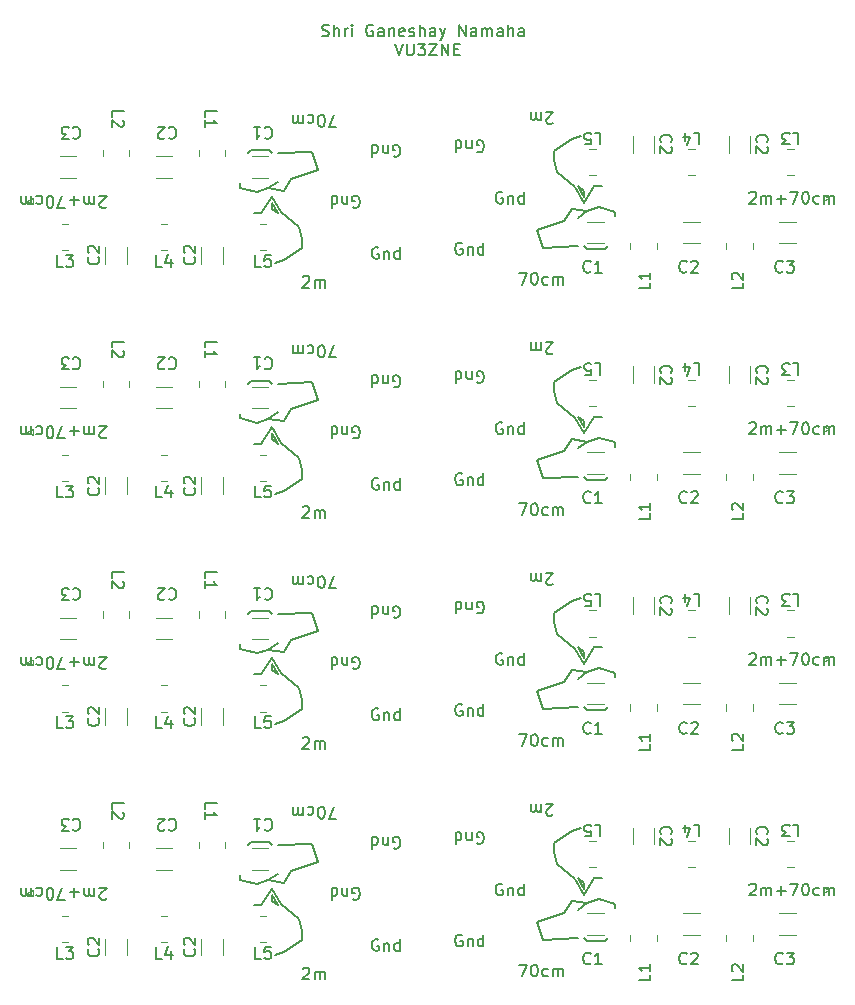
<source format=gbr>
%TF.GenerationSoftware,KiCad,Pcbnew,(6.0.10)*%
%TF.CreationDate,2023-02-03T22:17:50+05:30*%
%TF.ProjectId,Diplexer Panel,4469706c-6578-4657-9220-50616e656c2e,rev?*%
%TF.SameCoordinates,Original*%
%TF.FileFunction,Legend,Top*%
%TF.FilePolarity,Positive*%
%FSLAX46Y46*%
G04 Gerber Fmt 4.6, Leading zero omitted, Abs format (unit mm)*
G04 Created by KiCad (PCBNEW (6.0.10)) date 2023-02-03 22:17:50*
%MOMM*%
%LPD*%
G01*
G04 APERTURE LIST*
%ADD10C,0.150000*%
%ADD11C,0.120000*%
G04 APERTURE END LIST*
D10*
X139563619Y-21885761D02*
X139706476Y-21933380D01*
X139944571Y-21933380D01*
X140039809Y-21885761D01*
X140087428Y-21838142D01*
X140135047Y-21742904D01*
X140135047Y-21647666D01*
X140087428Y-21552428D01*
X140039809Y-21504809D01*
X139944571Y-21457190D01*
X139754095Y-21409571D01*
X139658857Y-21361952D01*
X139611238Y-21314333D01*
X139563619Y-21219095D01*
X139563619Y-21123857D01*
X139611238Y-21028619D01*
X139658857Y-20981000D01*
X139754095Y-20933380D01*
X139992190Y-20933380D01*
X140135047Y-20981000D01*
X140563619Y-21933380D02*
X140563619Y-20933380D01*
X140992190Y-21933380D02*
X140992190Y-21409571D01*
X140944571Y-21314333D01*
X140849333Y-21266714D01*
X140706476Y-21266714D01*
X140611238Y-21314333D01*
X140563619Y-21361952D01*
X141468380Y-21933380D02*
X141468380Y-21266714D01*
X141468380Y-21457190D02*
X141516000Y-21361952D01*
X141563619Y-21314333D01*
X141658857Y-21266714D01*
X141754095Y-21266714D01*
X142087428Y-21933380D02*
X142087428Y-21266714D01*
X142087428Y-20933380D02*
X142039809Y-20981000D01*
X142087428Y-21028619D01*
X142135047Y-20981000D01*
X142087428Y-20933380D01*
X142087428Y-21028619D01*
X143849333Y-20981000D02*
X143754095Y-20933380D01*
X143611238Y-20933380D01*
X143468380Y-20981000D01*
X143373142Y-21076238D01*
X143325523Y-21171476D01*
X143277904Y-21361952D01*
X143277904Y-21504809D01*
X143325523Y-21695285D01*
X143373142Y-21790523D01*
X143468380Y-21885761D01*
X143611238Y-21933380D01*
X143706476Y-21933380D01*
X143849333Y-21885761D01*
X143896952Y-21838142D01*
X143896952Y-21504809D01*
X143706476Y-21504809D01*
X144754095Y-21933380D02*
X144754095Y-21409571D01*
X144706476Y-21314333D01*
X144611238Y-21266714D01*
X144420761Y-21266714D01*
X144325523Y-21314333D01*
X144754095Y-21885761D02*
X144658857Y-21933380D01*
X144420761Y-21933380D01*
X144325523Y-21885761D01*
X144277904Y-21790523D01*
X144277904Y-21695285D01*
X144325523Y-21600047D01*
X144420761Y-21552428D01*
X144658857Y-21552428D01*
X144754095Y-21504809D01*
X145230285Y-21266714D02*
X145230285Y-21933380D01*
X145230285Y-21361952D02*
X145277904Y-21314333D01*
X145373142Y-21266714D01*
X145516000Y-21266714D01*
X145611238Y-21314333D01*
X145658857Y-21409571D01*
X145658857Y-21933380D01*
X146516000Y-21885761D02*
X146420761Y-21933380D01*
X146230285Y-21933380D01*
X146135047Y-21885761D01*
X146087428Y-21790523D01*
X146087428Y-21409571D01*
X146135047Y-21314333D01*
X146230285Y-21266714D01*
X146420761Y-21266714D01*
X146516000Y-21314333D01*
X146563619Y-21409571D01*
X146563619Y-21504809D01*
X146087428Y-21600047D01*
X146944571Y-21885761D02*
X147039809Y-21933380D01*
X147230285Y-21933380D01*
X147325523Y-21885761D01*
X147373142Y-21790523D01*
X147373142Y-21742904D01*
X147325523Y-21647666D01*
X147230285Y-21600047D01*
X147087428Y-21600047D01*
X146992190Y-21552428D01*
X146944571Y-21457190D01*
X146944571Y-21409571D01*
X146992190Y-21314333D01*
X147087428Y-21266714D01*
X147230285Y-21266714D01*
X147325523Y-21314333D01*
X147801714Y-21933380D02*
X147801714Y-20933380D01*
X148230285Y-21933380D02*
X148230285Y-21409571D01*
X148182666Y-21314333D01*
X148087428Y-21266714D01*
X147944571Y-21266714D01*
X147849333Y-21314333D01*
X147801714Y-21361952D01*
X149135047Y-21933380D02*
X149135047Y-21409571D01*
X149087428Y-21314333D01*
X148992190Y-21266714D01*
X148801714Y-21266714D01*
X148706476Y-21314333D01*
X149135047Y-21885761D02*
X149039809Y-21933380D01*
X148801714Y-21933380D01*
X148706476Y-21885761D01*
X148658857Y-21790523D01*
X148658857Y-21695285D01*
X148706476Y-21600047D01*
X148801714Y-21552428D01*
X149039809Y-21552428D01*
X149135047Y-21504809D01*
X149516000Y-21266714D02*
X149754095Y-21933380D01*
X149992190Y-21266714D02*
X149754095Y-21933380D01*
X149658857Y-22171476D01*
X149611238Y-22219095D01*
X149516000Y-22266714D01*
X151135047Y-21933380D02*
X151135047Y-20933380D01*
X151706476Y-21933380D01*
X151706476Y-20933380D01*
X152611238Y-21933380D02*
X152611238Y-21409571D01*
X152563619Y-21314333D01*
X152468380Y-21266714D01*
X152277904Y-21266714D01*
X152182666Y-21314333D01*
X152611238Y-21885761D02*
X152516000Y-21933380D01*
X152277904Y-21933380D01*
X152182666Y-21885761D01*
X152135047Y-21790523D01*
X152135047Y-21695285D01*
X152182666Y-21600047D01*
X152277904Y-21552428D01*
X152516000Y-21552428D01*
X152611238Y-21504809D01*
X153087428Y-21933380D02*
X153087428Y-21266714D01*
X153087428Y-21361952D02*
X153135047Y-21314333D01*
X153230285Y-21266714D01*
X153373142Y-21266714D01*
X153468380Y-21314333D01*
X153516000Y-21409571D01*
X153516000Y-21933380D01*
X153516000Y-21409571D02*
X153563619Y-21314333D01*
X153658857Y-21266714D01*
X153801714Y-21266714D01*
X153896952Y-21314333D01*
X153944571Y-21409571D01*
X153944571Y-21933380D01*
X154849333Y-21933380D02*
X154849333Y-21409571D01*
X154801714Y-21314333D01*
X154706476Y-21266714D01*
X154516000Y-21266714D01*
X154420761Y-21314333D01*
X154849333Y-21885761D02*
X154754095Y-21933380D01*
X154516000Y-21933380D01*
X154420761Y-21885761D01*
X154373142Y-21790523D01*
X154373142Y-21695285D01*
X154420761Y-21600047D01*
X154516000Y-21552428D01*
X154754095Y-21552428D01*
X154849333Y-21504809D01*
X155325523Y-21933380D02*
X155325523Y-20933380D01*
X155754095Y-21933380D02*
X155754095Y-21409571D01*
X155706476Y-21314333D01*
X155611238Y-21266714D01*
X155468380Y-21266714D01*
X155373142Y-21314333D01*
X155325523Y-21361952D01*
X156658857Y-21933380D02*
X156658857Y-21409571D01*
X156611238Y-21314333D01*
X156516000Y-21266714D01*
X156325523Y-21266714D01*
X156230285Y-21314333D01*
X156658857Y-21885761D02*
X156563619Y-21933380D01*
X156325523Y-21933380D01*
X156230285Y-21885761D01*
X156182666Y-21790523D01*
X156182666Y-21695285D01*
X156230285Y-21600047D01*
X156325523Y-21552428D01*
X156563619Y-21552428D01*
X156658857Y-21504809D01*
X145730285Y-22543380D02*
X146063619Y-23543380D01*
X146396952Y-22543380D01*
X146730285Y-22543380D02*
X146730285Y-23352904D01*
X146777904Y-23448142D01*
X146825523Y-23495761D01*
X146920761Y-23543380D01*
X147111238Y-23543380D01*
X147206476Y-23495761D01*
X147254095Y-23448142D01*
X147301714Y-23352904D01*
X147301714Y-22543380D01*
X147682666Y-22543380D02*
X148301714Y-22543380D01*
X147968380Y-22924333D01*
X148111238Y-22924333D01*
X148206476Y-22971952D01*
X148254095Y-23019571D01*
X148301714Y-23114809D01*
X148301714Y-23352904D01*
X148254095Y-23448142D01*
X148206476Y-23495761D01*
X148111238Y-23543380D01*
X147825523Y-23543380D01*
X147730285Y-23495761D01*
X147682666Y-23448142D01*
X148635047Y-22543380D02*
X149301714Y-22543380D01*
X148635047Y-23543380D01*
X149301714Y-23543380D01*
X149682666Y-23543380D02*
X149682666Y-22543380D01*
X150254095Y-23543380D01*
X150254095Y-22543380D01*
X150730285Y-23019571D02*
X151063619Y-23019571D01*
X151206476Y-23543380D02*
X150730285Y-23543380D01*
X150730285Y-22543380D01*
X151206476Y-22543380D01*
X159088380Y-68282380D02*
X159040761Y-68330000D01*
X158945523Y-68377619D01*
X158707428Y-68377619D01*
X158612190Y-68330000D01*
X158564571Y-68282380D01*
X158516952Y-68187142D01*
X158516952Y-68091904D01*
X158564571Y-67949047D01*
X159136000Y-67377619D01*
X158516952Y-67377619D01*
X158088380Y-67377619D02*
X158088380Y-68044285D01*
X158088380Y-67949047D02*
X158040761Y-67996666D01*
X157945523Y-68044285D01*
X157802666Y-68044285D01*
X157707428Y-67996666D01*
X157659809Y-67901428D01*
X157659809Y-67377619D01*
X157659809Y-67901428D02*
X157612190Y-67996666D01*
X157516952Y-68044285D01*
X157374095Y-68044285D01*
X157278857Y-67996666D01*
X157231238Y-67901428D01*
X157231238Y-67377619D01*
X159088380Y-29230380D02*
X159040761Y-29278000D01*
X158945523Y-29325619D01*
X158707428Y-29325619D01*
X158612190Y-29278000D01*
X158564571Y-29230380D01*
X158516952Y-29135142D01*
X158516952Y-29039904D01*
X158564571Y-28897047D01*
X159136000Y-28325619D01*
X158516952Y-28325619D01*
X158088380Y-28325619D02*
X158088380Y-28992285D01*
X158088380Y-28897047D02*
X158040761Y-28944666D01*
X157945523Y-28992285D01*
X157802666Y-28992285D01*
X157707428Y-28944666D01*
X157659809Y-28849428D01*
X157659809Y-28325619D01*
X157659809Y-28849428D02*
X157612190Y-28944666D01*
X157516952Y-28992285D01*
X157374095Y-28992285D01*
X157278857Y-28944666D01*
X157231238Y-28849428D01*
X157231238Y-28325619D01*
X137911619Y-61821619D02*
X137959238Y-61774000D01*
X138054476Y-61726380D01*
X138292571Y-61726380D01*
X138387809Y-61774000D01*
X138435428Y-61821619D01*
X138483047Y-61916857D01*
X138483047Y-62012095D01*
X138435428Y-62154952D01*
X137864000Y-62726380D01*
X138483047Y-62726380D01*
X138911619Y-62726380D02*
X138911619Y-62059714D01*
X138911619Y-62154952D02*
X138959238Y-62107333D01*
X139054476Y-62059714D01*
X139197333Y-62059714D01*
X139292571Y-62107333D01*
X139340190Y-62202571D01*
X139340190Y-62726380D01*
X139340190Y-62202571D02*
X139387809Y-62107333D01*
X139483047Y-62059714D01*
X139625904Y-62059714D01*
X139721142Y-62107333D01*
X139768761Y-62202571D01*
X139768761Y-62726380D01*
X137911619Y-100873619D02*
X137959238Y-100826000D01*
X138054476Y-100778380D01*
X138292571Y-100778380D01*
X138387809Y-100826000D01*
X138435428Y-100873619D01*
X138483047Y-100968857D01*
X138483047Y-101064095D01*
X138435428Y-101206952D01*
X137864000Y-101778380D01*
X138483047Y-101778380D01*
X138911619Y-101778380D02*
X138911619Y-101111714D01*
X138911619Y-101206952D02*
X138959238Y-101159333D01*
X139054476Y-101111714D01*
X139197333Y-101111714D01*
X139292571Y-101159333D01*
X139340190Y-101254571D01*
X139340190Y-101778380D01*
X139340190Y-101254571D02*
X139387809Y-101159333D01*
X139483047Y-101111714D01*
X139625904Y-101111714D01*
X139721142Y-101159333D01*
X139768761Y-101254571D01*
X139768761Y-101778380D01*
X159088380Y-48756380D02*
X159040761Y-48804000D01*
X158945523Y-48851619D01*
X158707428Y-48851619D01*
X158612190Y-48804000D01*
X158564571Y-48756380D01*
X158516952Y-48661142D01*
X158516952Y-48565904D01*
X158564571Y-48423047D01*
X159136000Y-47851619D01*
X158516952Y-47851619D01*
X158088380Y-47851619D02*
X158088380Y-48518285D01*
X158088380Y-48423047D02*
X158040761Y-48470666D01*
X157945523Y-48518285D01*
X157802666Y-48518285D01*
X157707428Y-48470666D01*
X157659809Y-48375428D01*
X157659809Y-47851619D01*
X157659809Y-48375428D02*
X157612190Y-48470666D01*
X157516952Y-48518285D01*
X157374095Y-48518285D01*
X157278857Y-48470666D01*
X157231238Y-48375428D01*
X157231238Y-47851619D01*
X137911619Y-81347619D02*
X137959238Y-81300000D01*
X138054476Y-81252380D01*
X138292571Y-81252380D01*
X138387809Y-81300000D01*
X138435428Y-81347619D01*
X138483047Y-81442857D01*
X138483047Y-81538095D01*
X138435428Y-81680952D01*
X137864000Y-82252380D01*
X138483047Y-82252380D01*
X138911619Y-82252380D02*
X138911619Y-81585714D01*
X138911619Y-81680952D02*
X138959238Y-81633333D01*
X139054476Y-81585714D01*
X139197333Y-81585714D01*
X139292571Y-81633333D01*
X139340190Y-81728571D01*
X139340190Y-82252380D01*
X139340190Y-81728571D02*
X139387809Y-81633333D01*
X139483047Y-81585714D01*
X139625904Y-81585714D01*
X139721142Y-81633333D01*
X139768761Y-81728571D01*
X139768761Y-82252380D01*
X159088380Y-87808380D02*
X159040761Y-87856000D01*
X158945523Y-87903619D01*
X158707428Y-87903619D01*
X158612190Y-87856000D01*
X158564571Y-87808380D01*
X158516952Y-87713142D01*
X158516952Y-87617904D01*
X158564571Y-87475047D01*
X159136000Y-86903619D01*
X158516952Y-86903619D01*
X158088380Y-86903619D02*
X158088380Y-87570285D01*
X158088380Y-87475047D02*
X158040761Y-87522666D01*
X157945523Y-87570285D01*
X157802666Y-87570285D01*
X157707428Y-87522666D01*
X157659809Y-87427428D01*
X157659809Y-86903619D01*
X157659809Y-87427428D02*
X157612190Y-87522666D01*
X157516952Y-87570285D01*
X157374095Y-87570285D01*
X157278857Y-87522666D01*
X157231238Y-87427428D01*
X157231238Y-86903619D01*
X137911619Y-42295619D02*
X137959238Y-42248000D01*
X138054476Y-42200380D01*
X138292571Y-42200380D01*
X138387809Y-42248000D01*
X138435428Y-42295619D01*
X138483047Y-42390857D01*
X138483047Y-42486095D01*
X138435428Y-42628952D01*
X137864000Y-43200380D01*
X138483047Y-43200380D01*
X138911619Y-43200380D02*
X138911619Y-42533714D01*
X138911619Y-42628952D02*
X138959238Y-42581333D01*
X139054476Y-42533714D01*
X139197333Y-42533714D01*
X139292571Y-42581333D01*
X139340190Y-42676571D01*
X139340190Y-43200380D01*
X139340190Y-42676571D02*
X139387809Y-42581333D01*
X139483047Y-42533714D01*
X139625904Y-42533714D01*
X139721142Y-42581333D01*
X139768761Y-42676571D01*
X139768761Y-43200380D01*
X140768761Y-29579619D02*
X140102095Y-29579619D01*
X140530666Y-28579619D01*
X139530666Y-29579619D02*
X139435428Y-29579619D01*
X139340190Y-29532000D01*
X139292571Y-29484380D01*
X139244952Y-29389142D01*
X139197333Y-29198666D01*
X139197333Y-28960571D01*
X139244952Y-28770095D01*
X139292571Y-28674857D01*
X139340190Y-28627238D01*
X139435428Y-28579619D01*
X139530666Y-28579619D01*
X139625904Y-28627238D01*
X139673523Y-28674857D01*
X139721142Y-28770095D01*
X139768761Y-28960571D01*
X139768761Y-29198666D01*
X139721142Y-29389142D01*
X139673523Y-29484380D01*
X139625904Y-29532000D01*
X139530666Y-29579619D01*
X138340190Y-28627238D02*
X138435428Y-28579619D01*
X138625904Y-28579619D01*
X138721142Y-28627238D01*
X138768761Y-28674857D01*
X138816380Y-28770095D01*
X138816380Y-29055809D01*
X138768761Y-29151047D01*
X138721142Y-29198666D01*
X138625904Y-29246285D01*
X138435428Y-29246285D01*
X138340190Y-29198666D01*
X137911619Y-28579619D02*
X137911619Y-29246285D01*
X137911619Y-29151047D02*
X137864000Y-29198666D01*
X137768761Y-29246285D01*
X137625904Y-29246285D01*
X137530666Y-29198666D01*
X137483047Y-29103428D01*
X137483047Y-28579619D01*
X137483047Y-29103428D02*
X137435428Y-29198666D01*
X137340190Y-29246285D01*
X137197333Y-29246285D01*
X137102095Y-29198666D01*
X137054476Y-29103428D01*
X137054476Y-28579619D01*
X156231238Y-100524380D02*
X156897904Y-100524380D01*
X156469333Y-101524380D01*
X157469333Y-100524380D02*
X157564571Y-100524380D01*
X157659809Y-100572000D01*
X157707428Y-100619619D01*
X157755047Y-100714857D01*
X157802666Y-100905333D01*
X157802666Y-101143428D01*
X157755047Y-101333904D01*
X157707428Y-101429142D01*
X157659809Y-101476761D01*
X157564571Y-101524380D01*
X157469333Y-101524380D01*
X157374095Y-101476761D01*
X157326476Y-101429142D01*
X157278857Y-101333904D01*
X157231238Y-101143428D01*
X157231238Y-100905333D01*
X157278857Y-100714857D01*
X157326476Y-100619619D01*
X157374095Y-100572000D01*
X157469333Y-100524380D01*
X158659809Y-101476761D02*
X158564571Y-101524380D01*
X158374095Y-101524380D01*
X158278857Y-101476761D01*
X158231238Y-101429142D01*
X158183619Y-101333904D01*
X158183619Y-101048190D01*
X158231238Y-100952952D01*
X158278857Y-100905333D01*
X158374095Y-100857714D01*
X158564571Y-100857714D01*
X158659809Y-100905333D01*
X159088380Y-101524380D02*
X159088380Y-100857714D01*
X159088380Y-100952952D02*
X159136000Y-100905333D01*
X159231238Y-100857714D01*
X159374095Y-100857714D01*
X159469333Y-100905333D01*
X159516952Y-101000571D01*
X159516952Y-101524380D01*
X159516952Y-101000571D02*
X159564571Y-100905333D01*
X159659809Y-100857714D01*
X159802666Y-100857714D01*
X159897904Y-100905333D01*
X159945523Y-101000571D01*
X159945523Y-101524380D01*
X140768761Y-68631619D02*
X140102095Y-68631619D01*
X140530666Y-67631619D01*
X139530666Y-68631619D02*
X139435428Y-68631619D01*
X139340190Y-68584000D01*
X139292571Y-68536380D01*
X139244952Y-68441142D01*
X139197333Y-68250666D01*
X139197333Y-68012571D01*
X139244952Y-67822095D01*
X139292571Y-67726857D01*
X139340190Y-67679238D01*
X139435428Y-67631619D01*
X139530666Y-67631619D01*
X139625904Y-67679238D01*
X139673523Y-67726857D01*
X139721142Y-67822095D01*
X139768761Y-68012571D01*
X139768761Y-68250666D01*
X139721142Y-68441142D01*
X139673523Y-68536380D01*
X139625904Y-68584000D01*
X139530666Y-68631619D01*
X138340190Y-67679238D02*
X138435428Y-67631619D01*
X138625904Y-67631619D01*
X138721142Y-67679238D01*
X138768761Y-67726857D01*
X138816380Y-67822095D01*
X138816380Y-68107809D01*
X138768761Y-68203047D01*
X138721142Y-68250666D01*
X138625904Y-68298285D01*
X138435428Y-68298285D01*
X138340190Y-68250666D01*
X137911619Y-67631619D02*
X137911619Y-68298285D01*
X137911619Y-68203047D02*
X137864000Y-68250666D01*
X137768761Y-68298285D01*
X137625904Y-68298285D01*
X137530666Y-68250666D01*
X137483047Y-68155428D01*
X137483047Y-67631619D01*
X137483047Y-68155428D02*
X137435428Y-68250666D01*
X137340190Y-68298285D01*
X137197333Y-68298285D01*
X137102095Y-68250666D01*
X137054476Y-68155428D01*
X137054476Y-67631619D01*
X156231238Y-61472380D02*
X156897904Y-61472380D01*
X156469333Y-62472380D01*
X157469333Y-61472380D02*
X157564571Y-61472380D01*
X157659809Y-61520000D01*
X157707428Y-61567619D01*
X157755047Y-61662857D01*
X157802666Y-61853333D01*
X157802666Y-62091428D01*
X157755047Y-62281904D01*
X157707428Y-62377142D01*
X157659809Y-62424761D01*
X157564571Y-62472380D01*
X157469333Y-62472380D01*
X157374095Y-62424761D01*
X157326476Y-62377142D01*
X157278857Y-62281904D01*
X157231238Y-62091428D01*
X157231238Y-61853333D01*
X157278857Y-61662857D01*
X157326476Y-61567619D01*
X157374095Y-61520000D01*
X157469333Y-61472380D01*
X158659809Y-62424761D02*
X158564571Y-62472380D01*
X158374095Y-62472380D01*
X158278857Y-62424761D01*
X158231238Y-62377142D01*
X158183619Y-62281904D01*
X158183619Y-61996190D01*
X158231238Y-61900952D01*
X158278857Y-61853333D01*
X158374095Y-61805714D01*
X158564571Y-61805714D01*
X158659809Y-61853333D01*
X159088380Y-62472380D02*
X159088380Y-61805714D01*
X159088380Y-61900952D02*
X159136000Y-61853333D01*
X159231238Y-61805714D01*
X159374095Y-61805714D01*
X159469333Y-61853333D01*
X159516952Y-61948571D01*
X159516952Y-62472380D01*
X159516952Y-61948571D02*
X159564571Y-61853333D01*
X159659809Y-61805714D01*
X159802666Y-61805714D01*
X159897904Y-61853333D01*
X159945523Y-61948571D01*
X159945523Y-62472380D01*
X156231238Y-80998380D02*
X156897904Y-80998380D01*
X156469333Y-81998380D01*
X157469333Y-80998380D02*
X157564571Y-80998380D01*
X157659809Y-81046000D01*
X157707428Y-81093619D01*
X157755047Y-81188857D01*
X157802666Y-81379333D01*
X157802666Y-81617428D01*
X157755047Y-81807904D01*
X157707428Y-81903142D01*
X157659809Y-81950761D01*
X157564571Y-81998380D01*
X157469333Y-81998380D01*
X157374095Y-81950761D01*
X157326476Y-81903142D01*
X157278857Y-81807904D01*
X157231238Y-81617428D01*
X157231238Y-81379333D01*
X157278857Y-81188857D01*
X157326476Y-81093619D01*
X157374095Y-81046000D01*
X157469333Y-80998380D01*
X158659809Y-81950761D02*
X158564571Y-81998380D01*
X158374095Y-81998380D01*
X158278857Y-81950761D01*
X158231238Y-81903142D01*
X158183619Y-81807904D01*
X158183619Y-81522190D01*
X158231238Y-81426952D01*
X158278857Y-81379333D01*
X158374095Y-81331714D01*
X158564571Y-81331714D01*
X158659809Y-81379333D01*
X159088380Y-81998380D02*
X159088380Y-81331714D01*
X159088380Y-81426952D02*
X159136000Y-81379333D01*
X159231238Y-81331714D01*
X159374095Y-81331714D01*
X159469333Y-81379333D01*
X159516952Y-81474571D01*
X159516952Y-81998380D01*
X159516952Y-81474571D02*
X159564571Y-81379333D01*
X159659809Y-81331714D01*
X159802666Y-81331714D01*
X159897904Y-81379333D01*
X159945523Y-81474571D01*
X159945523Y-81998380D01*
X140768761Y-88157619D02*
X140102095Y-88157619D01*
X140530666Y-87157619D01*
X139530666Y-88157619D02*
X139435428Y-88157619D01*
X139340190Y-88110000D01*
X139292571Y-88062380D01*
X139244952Y-87967142D01*
X139197333Y-87776666D01*
X139197333Y-87538571D01*
X139244952Y-87348095D01*
X139292571Y-87252857D01*
X139340190Y-87205238D01*
X139435428Y-87157619D01*
X139530666Y-87157619D01*
X139625904Y-87205238D01*
X139673523Y-87252857D01*
X139721142Y-87348095D01*
X139768761Y-87538571D01*
X139768761Y-87776666D01*
X139721142Y-87967142D01*
X139673523Y-88062380D01*
X139625904Y-88110000D01*
X139530666Y-88157619D01*
X138340190Y-87205238D02*
X138435428Y-87157619D01*
X138625904Y-87157619D01*
X138721142Y-87205238D01*
X138768761Y-87252857D01*
X138816380Y-87348095D01*
X138816380Y-87633809D01*
X138768761Y-87729047D01*
X138721142Y-87776666D01*
X138625904Y-87824285D01*
X138435428Y-87824285D01*
X138340190Y-87776666D01*
X137911619Y-87157619D02*
X137911619Y-87824285D01*
X137911619Y-87729047D02*
X137864000Y-87776666D01*
X137768761Y-87824285D01*
X137625904Y-87824285D01*
X137530666Y-87776666D01*
X137483047Y-87681428D01*
X137483047Y-87157619D01*
X137483047Y-87681428D02*
X137435428Y-87776666D01*
X137340190Y-87824285D01*
X137197333Y-87824285D01*
X137102095Y-87776666D01*
X137054476Y-87681428D01*
X137054476Y-87157619D01*
X156231238Y-41946380D02*
X156897904Y-41946380D01*
X156469333Y-42946380D01*
X157469333Y-41946380D02*
X157564571Y-41946380D01*
X157659809Y-41994000D01*
X157707428Y-42041619D01*
X157755047Y-42136857D01*
X157802666Y-42327333D01*
X157802666Y-42565428D01*
X157755047Y-42755904D01*
X157707428Y-42851142D01*
X157659809Y-42898761D01*
X157564571Y-42946380D01*
X157469333Y-42946380D01*
X157374095Y-42898761D01*
X157326476Y-42851142D01*
X157278857Y-42755904D01*
X157231238Y-42565428D01*
X157231238Y-42327333D01*
X157278857Y-42136857D01*
X157326476Y-42041619D01*
X157374095Y-41994000D01*
X157469333Y-41946380D01*
X158659809Y-42898761D02*
X158564571Y-42946380D01*
X158374095Y-42946380D01*
X158278857Y-42898761D01*
X158231238Y-42851142D01*
X158183619Y-42755904D01*
X158183619Y-42470190D01*
X158231238Y-42374952D01*
X158278857Y-42327333D01*
X158374095Y-42279714D01*
X158564571Y-42279714D01*
X158659809Y-42327333D01*
X159088380Y-42946380D02*
X159088380Y-42279714D01*
X159088380Y-42374952D02*
X159136000Y-42327333D01*
X159231238Y-42279714D01*
X159374095Y-42279714D01*
X159469333Y-42327333D01*
X159516952Y-42422571D01*
X159516952Y-42946380D01*
X159516952Y-42422571D02*
X159564571Y-42327333D01*
X159659809Y-42279714D01*
X159802666Y-42279714D01*
X159897904Y-42327333D01*
X159945523Y-42422571D01*
X159945523Y-42946380D01*
X140768761Y-49105619D02*
X140102095Y-49105619D01*
X140530666Y-48105619D01*
X139530666Y-49105619D02*
X139435428Y-49105619D01*
X139340190Y-49058000D01*
X139292571Y-49010380D01*
X139244952Y-48915142D01*
X139197333Y-48724666D01*
X139197333Y-48486571D01*
X139244952Y-48296095D01*
X139292571Y-48200857D01*
X139340190Y-48153238D01*
X139435428Y-48105619D01*
X139530666Y-48105619D01*
X139625904Y-48153238D01*
X139673523Y-48200857D01*
X139721142Y-48296095D01*
X139768761Y-48486571D01*
X139768761Y-48724666D01*
X139721142Y-48915142D01*
X139673523Y-49010380D01*
X139625904Y-49058000D01*
X139530666Y-49105619D01*
X138340190Y-48153238D02*
X138435428Y-48105619D01*
X138625904Y-48105619D01*
X138721142Y-48153238D01*
X138768761Y-48200857D01*
X138816380Y-48296095D01*
X138816380Y-48581809D01*
X138768761Y-48677047D01*
X138721142Y-48724666D01*
X138625904Y-48772285D01*
X138435428Y-48772285D01*
X138340190Y-48724666D01*
X137911619Y-48105619D02*
X137911619Y-48772285D01*
X137911619Y-48677047D02*
X137864000Y-48724666D01*
X137768761Y-48772285D01*
X137625904Y-48772285D01*
X137530666Y-48724666D01*
X137483047Y-48629428D01*
X137483047Y-48105619D01*
X137483047Y-48629428D02*
X137435428Y-48724666D01*
X137340190Y-48772285D01*
X137197333Y-48772285D01*
X137102095Y-48724666D01*
X137054476Y-48629428D01*
X137054476Y-48105619D01*
X161692000Y-74053000D02*
X161692000Y-74561000D01*
X161692000Y-93579000D02*
X161692000Y-94087000D01*
X135308000Y-36525000D02*
X135308000Y-36017000D01*
X161692000Y-54527000D02*
X161692000Y-55035000D01*
X135308000Y-95103000D02*
X135308000Y-94595000D01*
X135308000Y-56051000D02*
X135308000Y-55543000D01*
X161692000Y-35001000D02*
X161692000Y-35509000D01*
X135308000Y-75577000D02*
X135308000Y-75069000D01*
X162009500Y-75767500D02*
X162962000Y-75450000D01*
X162009500Y-95293500D02*
X162962000Y-94976000D01*
X134990500Y-54336500D02*
X134038000Y-54654000D01*
X134990500Y-73862500D02*
X134038000Y-74180000D01*
X162009500Y-56241500D02*
X162962000Y-55924000D01*
X162009500Y-36715500D02*
X162962000Y-36398000D01*
X134990500Y-34810500D02*
X134038000Y-35128000D01*
X134990500Y-93388500D02*
X134038000Y-93706000D01*
X160930000Y-54240000D02*
X161692000Y-55543000D01*
X160930000Y-34714000D02*
X161692000Y-36017000D01*
X160930000Y-93292000D02*
X161692000Y-94595000D01*
X160930000Y-73766000D02*
X161692000Y-75069000D01*
X136070000Y-75864000D02*
X135308000Y-74561000D01*
X136070000Y-56338000D02*
X135308000Y-55035000D01*
X136070000Y-36812000D02*
X135308000Y-35509000D01*
X136070000Y-95390000D02*
X135308000Y-94087000D01*
X161184000Y-34620000D02*
X161692000Y-35001000D01*
X135816000Y-36906000D02*
X135308000Y-36525000D01*
X135816000Y-56432000D02*
X135308000Y-56051000D01*
X135816000Y-95484000D02*
X135308000Y-95103000D01*
X161184000Y-93198000D02*
X161692000Y-93579000D01*
X135816000Y-75958000D02*
X135308000Y-75577000D01*
X161184000Y-73672000D02*
X161692000Y-74053000D01*
X161184000Y-54146000D02*
X161692000Y-54527000D01*
X134990500Y-34810500D02*
X136324000Y-35001000D01*
X134990500Y-93388500D02*
X136324000Y-93579000D01*
X134990500Y-54336500D02*
X136324000Y-54527000D01*
X134990500Y-73862500D02*
X136324000Y-74053000D01*
X162009500Y-36715500D02*
X160676000Y-36525000D01*
X162009500Y-75767500D02*
X160676000Y-75577000D01*
X162009500Y-95293500D02*
X160676000Y-95103000D01*
X162009500Y-56241500D02*
X160676000Y-56051000D01*
X135308000Y-35509000D02*
X134419000Y-36906000D01*
X135308000Y-55035000D02*
X134419000Y-56432000D01*
X161692000Y-55543000D02*
X162581000Y-54146000D01*
X161692000Y-36017000D02*
X162581000Y-34620000D01*
X161692000Y-75069000D02*
X162581000Y-73672000D01*
X161692000Y-94595000D02*
X162581000Y-93198000D01*
X135308000Y-94087000D02*
X134419000Y-95484000D01*
X135308000Y-74561000D02*
X134419000Y-75958000D01*
X159152000Y-51954000D02*
X159152000Y-51192000D01*
X137848000Y-39098000D02*
X137848000Y-39860000D01*
X159152000Y-91006000D02*
X159152000Y-90244000D01*
X159152000Y-71480000D02*
X159152000Y-70718000D01*
X159152000Y-32428000D02*
X159152000Y-31666000D01*
X137848000Y-97676000D02*
X137848000Y-98438000D01*
X137848000Y-78150000D02*
X137848000Y-78912000D01*
X137848000Y-58624000D02*
X137848000Y-59386000D01*
X161692000Y-78752000D02*
X161946000Y-79006000D01*
X135308000Y-90404000D02*
X135054000Y-90150000D01*
X135308000Y-31826000D02*
X135054000Y-31572000D01*
X161692000Y-98278000D02*
X161946000Y-98532000D01*
X161692000Y-59226000D02*
X161946000Y-59480000D01*
X135308000Y-70878000D02*
X135054000Y-70624000D01*
X135308000Y-51352000D02*
X135054000Y-51098000D01*
X161692000Y-39700000D02*
X161946000Y-39954000D01*
X136959000Y-92563000D02*
X136324000Y-93579000D01*
X160041000Y-37541000D02*
X160676000Y-36525000D01*
X136959000Y-33985000D02*
X136324000Y-35001000D01*
X160041000Y-57067000D02*
X160676000Y-56051000D01*
X136959000Y-53511000D02*
X136324000Y-54527000D01*
X160041000Y-96119000D02*
X160676000Y-95103000D01*
X136959000Y-73037000D02*
X136324000Y-74053000D01*
X160041000Y-76593000D02*
X160676000Y-75577000D01*
X160041000Y-96119000D02*
X157755000Y-96881000D01*
X160041000Y-76593000D02*
X157755000Y-77355000D01*
X136959000Y-73037000D02*
X139245000Y-72275000D01*
X136959000Y-33985000D02*
X139245000Y-33223000D01*
X160041000Y-57067000D02*
X157755000Y-57829000D01*
X160041000Y-37541000D02*
X157755000Y-38303000D01*
X136959000Y-53511000D02*
X139245000Y-52749000D01*
X136959000Y-92563000D02*
X139245000Y-91801000D01*
X162581000Y-34620000D02*
X163216000Y-34620000D01*
X134419000Y-75958000D02*
X133784000Y-75958000D01*
X134419000Y-56432000D02*
X133784000Y-56432000D01*
X162581000Y-93198000D02*
X163216000Y-93198000D01*
X162581000Y-73672000D02*
X163216000Y-73672000D01*
X162581000Y-54146000D02*
X163216000Y-54146000D01*
X134419000Y-36906000D02*
X133784000Y-36906000D01*
X134419000Y-95484000D02*
X133784000Y-95484000D01*
X160676000Y-89228000D02*
X161438000Y-88974000D01*
X160676000Y-50176000D02*
X161438000Y-49922000D01*
X136324000Y-40876000D02*
X135562000Y-41130000D01*
X136324000Y-60402000D02*
X135562000Y-60656000D01*
X160676000Y-30650000D02*
X161438000Y-30396000D01*
X160676000Y-69702000D02*
X161438000Y-69448000D01*
X136324000Y-79928000D02*
X135562000Y-80182000D01*
X136324000Y-99454000D02*
X135562000Y-99708000D01*
X163470000Y-39954000D02*
X163724000Y-39700000D01*
X163470000Y-79006000D02*
X163724000Y-78752000D01*
X163470000Y-59480000D02*
X163724000Y-59226000D01*
X133530000Y-90150000D02*
X133276000Y-90404000D01*
X163470000Y-98532000D02*
X163724000Y-98278000D01*
X133530000Y-31572000D02*
X133276000Y-31826000D01*
X133530000Y-51098000D02*
X133276000Y-51352000D01*
X133530000Y-70624000D02*
X133276000Y-70878000D01*
X160930000Y-93292000D02*
X159406000Y-92022000D01*
X160930000Y-73766000D02*
X159406000Y-72496000D01*
X136070000Y-36812000D02*
X137594000Y-38082000D01*
X136070000Y-75864000D02*
X137594000Y-77134000D01*
X160930000Y-54240000D02*
X159406000Y-52970000D01*
X136070000Y-95390000D02*
X137594000Y-96660000D01*
X136070000Y-56338000D02*
X137594000Y-57608000D01*
X160930000Y-34714000D02*
X159406000Y-33444000D01*
X134990500Y-54336500D02*
X135816000Y-53765000D01*
X162009500Y-75767500D02*
X161184000Y-76339000D01*
X162009500Y-95293500D02*
X161184000Y-95865000D01*
X134990500Y-34810500D02*
X135816000Y-34239000D01*
X162009500Y-36715500D02*
X161184000Y-37287000D01*
X134990500Y-93388500D02*
X135816000Y-92817000D01*
X134990500Y-73862500D02*
X135816000Y-73291000D01*
X162009500Y-56241500D02*
X161184000Y-56813000D01*
X161184000Y-54146000D02*
X161692000Y-55035000D01*
X135816000Y-36906000D02*
X135308000Y-36017000D01*
X161184000Y-93198000D02*
X161692000Y-94087000D01*
X161184000Y-34620000D02*
X161692000Y-35509000D01*
X135816000Y-95484000D02*
X135308000Y-94595000D01*
X135816000Y-75958000D02*
X135308000Y-75069000D01*
X161184000Y-73672000D02*
X161692000Y-74561000D01*
X135816000Y-56432000D02*
X135308000Y-55543000D01*
X158263000Y-98405000D02*
X161184000Y-98278000D01*
X158263000Y-39827000D02*
X161184000Y-39700000D01*
X158263000Y-78879000D02*
X161184000Y-78752000D01*
X138737000Y-51225000D02*
X135816000Y-51352000D01*
X158263000Y-59353000D02*
X161184000Y-59226000D01*
X138737000Y-70751000D02*
X135816000Y-70878000D01*
X138737000Y-90277000D02*
X135816000Y-90404000D01*
X138737000Y-31699000D02*
X135816000Y-31826000D01*
X162962000Y-94976000D02*
X164359000Y-95357000D01*
X162962000Y-75450000D02*
X164359000Y-75831000D01*
X134038000Y-54654000D02*
X132641000Y-54273000D01*
X162962000Y-36398000D02*
X164359000Y-36779000D01*
X134038000Y-35128000D02*
X132641000Y-34747000D01*
X134038000Y-93706000D02*
X132641000Y-93325000D01*
X162962000Y-55924000D02*
X164359000Y-56305000D01*
X134038000Y-74180000D02*
X132641000Y-73799000D01*
X157755000Y-96881000D02*
X158263000Y-98405000D01*
X139245000Y-91801000D02*
X138737000Y-90277000D01*
X139245000Y-72275000D02*
X138737000Y-70751000D01*
X157755000Y-77355000D02*
X158263000Y-78879000D01*
X157755000Y-38303000D02*
X158263000Y-39827000D01*
X157755000Y-57829000D02*
X158263000Y-59353000D01*
X139245000Y-33223000D02*
X138737000Y-31699000D01*
X139245000Y-52749000D02*
X138737000Y-51225000D01*
X137848000Y-78912000D02*
X136324000Y-79928000D01*
X137848000Y-39860000D02*
X136324000Y-40876000D01*
X159152000Y-90244000D02*
X160676000Y-89228000D01*
X159152000Y-31666000D02*
X160676000Y-30650000D01*
X159152000Y-70718000D02*
X160676000Y-69702000D01*
X137848000Y-98438000D02*
X136324000Y-99454000D01*
X159152000Y-51192000D02*
X160676000Y-50176000D01*
X137848000Y-59386000D02*
X136324000Y-60402000D01*
X161946000Y-59480000D02*
X163470000Y-59480000D01*
X135054000Y-70624000D02*
X133530000Y-70624000D01*
X135054000Y-51098000D02*
X133530000Y-51098000D01*
X161946000Y-98532000D02*
X163470000Y-98532000D01*
X161946000Y-79006000D02*
X163470000Y-79006000D01*
X161946000Y-39954000D02*
X163470000Y-39954000D01*
X135054000Y-31572000D02*
X133530000Y-31572000D01*
X135054000Y-90150000D02*
X133530000Y-90150000D01*
X137594000Y-57608000D02*
X137848000Y-58624000D01*
X159406000Y-92022000D02*
X159152000Y-91006000D01*
X159406000Y-33444000D02*
X159152000Y-32428000D01*
X159406000Y-72496000D02*
X159152000Y-71480000D01*
X137594000Y-77134000D02*
X137848000Y-78150000D01*
X159406000Y-52970000D02*
X159152000Y-51954000D01*
X137594000Y-38082000D02*
X137848000Y-39098000D01*
X137594000Y-96660000D02*
X137848000Y-97676000D01*
X132641000Y-34747000D02*
X132641000Y-34366000D01*
X164359000Y-95357000D02*
X164359000Y-95738000D01*
X164359000Y-75831000D02*
X164359000Y-76212000D01*
X132641000Y-73799000D02*
X132641000Y-73418000D01*
X132641000Y-93325000D02*
X132641000Y-92944000D01*
X164359000Y-36779000D02*
X164359000Y-37160000D01*
X164359000Y-56305000D02*
X164359000Y-56686000D01*
X132641000Y-54273000D02*
X132641000Y-53892000D01*
%TO.C,C1*%
X134712666Y-88268857D02*
X134760285Y-88221238D01*
X134903142Y-88173619D01*
X134998380Y-88173619D01*
X135141238Y-88221238D01*
X135236476Y-88316476D01*
X135284095Y-88411714D01*
X135331714Y-88602190D01*
X135331714Y-88745047D01*
X135284095Y-88935523D01*
X135236476Y-89030761D01*
X135141238Y-89126000D01*
X134998380Y-89173619D01*
X134903142Y-89173619D01*
X134760285Y-89126000D01*
X134712666Y-89078380D01*
X133760285Y-88173619D02*
X134331714Y-88173619D01*
X134046000Y-88173619D02*
X134046000Y-89173619D01*
X134141238Y-89030761D01*
X134236476Y-88935523D01*
X134331714Y-88887904D01*
%TO.C,C2*%
X176392857Y-89475333D02*
X176345238Y-89427714D01*
X176297619Y-89284857D01*
X176297619Y-89189619D01*
X176345238Y-89046761D01*
X176440476Y-88951523D01*
X176535714Y-88903904D01*
X176726190Y-88856285D01*
X176869047Y-88856285D01*
X177059523Y-88903904D01*
X177154761Y-88951523D01*
X177250000Y-89046761D01*
X177297619Y-89189619D01*
X177297619Y-89284857D01*
X177250000Y-89427714D01*
X177202380Y-89475333D01*
X177202380Y-89856285D02*
X177250000Y-89903904D01*
X177297619Y-89999142D01*
X177297619Y-90237238D01*
X177250000Y-90332476D01*
X177202380Y-90380095D01*
X177107142Y-90427714D01*
X177011904Y-90427714D01*
X176869047Y-90380095D01*
X176297619Y-89808666D01*
X176297619Y-90427714D01*
%TO.C,L4*%
X171002666Y-69137619D02*
X171478857Y-69137619D01*
X171478857Y-70137619D01*
X170240761Y-69804285D02*
X170240761Y-69137619D01*
X170478857Y-70185238D02*
X170716952Y-69470952D01*
X170097904Y-69470952D01*
%TO.C,Gnd*%
X154826142Y-93714000D02*
X154730904Y-93666380D01*
X154588047Y-93666380D01*
X154445190Y-93714000D01*
X154349952Y-93809238D01*
X154302333Y-93904476D01*
X154254714Y-94094952D01*
X154254714Y-94237809D01*
X154302333Y-94428285D01*
X154349952Y-94523523D01*
X154445190Y-94618761D01*
X154588047Y-94666380D01*
X154683285Y-94666380D01*
X154826142Y-94618761D01*
X154873761Y-94571142D01*
X154873761Y-94237809D01*
X154683285Y-94237809D01*
X155302333Y-93999714D02*
X155302333Y-94666380D01*
X155302333Y-94094952D02*
X155349952Y-94047333D01*
X155445190Y-93999714D01*
X155588047Y-93999714D01*
X155683285Y-94047333D01*
X155730904Y-94142571D01*
X155730904Y-94666380D01*
X156635666Y-94666380D02*
X156635666Y-93666380D01*
X156635666Y-94618761D02*
X156540428Y-94666380D01*
X156349952Y-94666380D01*
X156254714Y-94618761D01*
X156207095Y-94571142D01*
X156159476Y-94475904D01*
X156159476Y-94190190D01*
X156207095Y-94094952D01*
X156254714Y-94047333D01*
X156349952Y-93999714D01*
X156540428Y-93999714D01*
X156635666Y-94047333D01*
%TO.C,L2*%
X121774619Y-87316333D02*
X121774619Y-86840142D01*
X122774619Y-86840142D01*
X122679380Y-87602047D02*
X122727000Y-87649666D01*
X122774619Y-87744904D01*
X122774619Y-87983000D01*
X122727000Y-88078238D01*
X122679380Y-88125857D01*
X122584142Y-88173476D01*
X122488904Y-88173476D01*
X122346047Y-88125857D01*
X121774619Y-87554428D01*
X121774619Y-88173476D01*
%TO.C,Gnd*%
X154826142Y-35136000D02*
X154730904Y-35088380D01*
X154588047Y-35088380D01*
X154445190Y-35136000D01*
X154349952Y-35231238D01*
X154302333Y-35326476D01*
X154254714Y-35516952D01*
X154254714Y-35659809D01*
X154302333Y-35850285D01*
X154349952Y-35945523D01*
X154445190Y-36040761D01*
X154588047Y-36088380D01*
X154683285Y-36088380D01*
X154826142Y-36040761D01*
X154873761Y-35993142D01*
X154873761Y-35659809D01*
X154683285Y-35659809D01*
X155302333Y-35421714D02*
X155302333Y-36088380D01*
X155302333Y-35516952D02*
X155349952Y-35469333D01*
X155445190Y-35421714D01*
X155588047Y-35421714D01*
X155683285Y-35469333D01*
X155730904Y-35564571D01*
X155730904Y-36088380D01*
X156635666Y-36088380D02*
X156635666Y-35088380D01*
X156635666Y-36040761D02*
X156540428Y-36088380D01*
X156349952Y-36088380D01*
X156254714Y-36040761D01*
X156207095Y-35993142D01*
X156159476Y-35897904D01*
X156159476Y-35612190D01*
X156207095Y-35516952D01*
X156254714Y-35469333D01*
X156349952Y-35421714D01*
X156540428Y-35421714D01*
X156635666Y-35469333D01*
%TO.C,C2*%
X128735142Y-60154666D02*
X128782761Y-60202285D01*
X128830380Y-60345142D01*
X128830380Y-60440380D01*
X128782761Y-60583238D01*
X128687523Y-60678476D01*
X128592285Y-60726095D01*
X128401809Y-60773714D01*
X128258952Y-60773714D01*
X128068476Y-60726095D01*
X127973238Y-60678476D01*
X127878000Y-60583238D01*
X127830380Y-60440380D01*
X127830380Y-60345142D01*
X127878000Y-60202285D01*
X127925619Y-60154666D01*
X127925619Y-59773714D02*
X127878000Y-59726095D01*
X127830380Y-59630857D01*
X127830380Y-59392761D01*
X127878000Y-59297523D01*
X127925619Y-59249904D01*
X128020857Y-59202285D01*
X128116095Y-59202285D01*
X128258952Y-59249904D01*
X128830380Y-59821333D01*
X128830380Y-59202285D01*
%TO.C,L3*%
X179384666Y-88663619D02*
X179860857Y-88663619D01*
X179860857Y-89663619D01*
X179146571Y-89663619D02*
X178527523Y-89663619D01*
X178860857Y-89282666D01*
X178718000Y-89282666D01*
X178622761Y-89235047D01*
X178575142Y-89187428D01*
X178527523Y-89092190D01*
X178527523Y-88854095D01*
X178575142Y-88758857D01*
X178622761Y-88711238D01*
X178718000Y-88663619D01*
X179003714Y-88663619D01*
X179098952Y-88711238D01*
X179146571Y-88758857D01*
X179384666Y-30085619D02*
X179860857Y-30085619D01*
X179860857Y-31085619D01*
X179146571Y-31085619D02*
X178527523Y-31085619D01*
X178860857Y-30704666D01*
X178718000Y-30704666D01*
X178622761Y-30657047D01*
X178575142Y-30609428D01*
X178527523Y-30514190D01*
X178527523Y-30276095D01*
X178575142Y-30180857D01*
X178622761Y-30133238D01*
X178718000Y-30085619D01*
X179003714Y-30085619D01*
X179098952Y-30133238D01*
X179146571Y-30180857D01*
%TO.C,Gnd*%
X142173857Y-75442000D02*
X142269095Y-75489619D01*
X142411952Y-75489619D01*
X142554809Y-75442000D01*
X142650047Y-75346761D01*
X142697666Y-75251523D01*
X142745285Y-75061047D01*
X142745285Y-74918190D01*
X142697666Y-74727714D01*
X142650047Y-74632476D01*
X142554809Y-74537238D01*
X142411952Y-74489619D01*
X142316714Y-74489619D01*
X142173857Y-74537238D01*
X142126238Y-74584857D01*
X142126238Y-74918190D01*
X142316714Y-74918190D01*
X141697666Y-75156285D02*
X141697666Y-74489619D01*
X141697666Y-75061047D02*
X141650047Y-75108666D01*
X141554809Y-75156285D01*
X141411952Y-75156285D01*
X141316714Y-75108666D01*
X141269095Y-75013428D01*
X141269095Y-74489619D01*
X140364333Y-74489619D02*
X140364333Y-75489619D01*
X140364333Y-74537238D02*
X140459571Y-74489619D01*
X140650047Y-74489619D01*
X140745285Y-74537238D01*
X140792904Y-74584857D01*
X140840523Y-74680095D01*
X140840523Y-74965809D01*
X140792904Y-75061047D01*
X140745285Y-75108666D01*
X140650047Y-75156285D01*
X140459571Y-75156285D01*
X140364333Y-75108666D01*
%TO.C,L2*%
X121774619Y-28738333D02*
X121774619Y-28262142D01*
X122774619Y-28262142D01*
X122679380Y-29024047D02*
X122727000Y-29071666D01*
X122774619Y-29166904D01*
X122774619Y-29405000D01*
X122727000Y-29500238D01*
X122679380Y-29547857D01*
X122584142Y-29595476D01*
X122488904Y-29595476D01*
X122346047Y-29547857D01*
X121774619Y-28976428D01*
X121774619Y-29595476D01*
%TO.C,L1*%
X167351380Y-101365666D02*
X167351380Y-101841857D01*
X166351380Y-101841857D01*
X167351380Y-100508523D02*
X167351380Y-101079952D01*
X167351380Y-100794238D02*
X166351380Y-100794238D01*
X166494238Y-100889476D01*
X166589476Y-100984714D01*
X166637095Y-101079952D01*
%TO.C,L3*%
X179384666Y-49611619D02*
X179860857Y-49611619D01*
X179860857Y-50611619D01*
X179146571Y-50611619D02*
X178527523Y-50611619D01*
X178860857Y-50230666D01*
X178718000Y-50230666D01*
X178622761Y-50183047D01*
X178575142Y-50135428D01*
X178527523Y-50040190D01*
X178527523Y-49802095D01*
X178575142Y-49706857D01*
X178622761Y-49659238D01*
X178718000Y-49611619D01*
X179003714Y-49611619D01*
X179098952Y-49659238D01*
X179146571Y-49706857D01*
%TO.C,Gnd*%
X151397142Y-78506000D02*
X151301904Y-78458380D01*
X151159047Y-78458380D01*
X151016190Y-78506000D01*
X150920952Y-78601238D01*
X150873333Y-78696476D01*
X150825714Y-78886952D01*
X150825714Y-79029809D01*
X150873333Y-79220285D01*
X150920952Y-79315523D01*
X151016190Y-79410761D01*
X151159047Y-79458380D01*
X151254285Y-79458380D01*
X151397142Y-79410761D01*
X151444761Y-79363142D01*
X151444761Y-79029809D01*
X151254285Y-79029809D01*
X151873333Y-78791714D02*
X151873333Y-79458380D01*
X151873333Y-78886952D02*
X151920952Y-78839333D01*
X152016190Y-78791714D01*
X152159047Y-78791714D01*
X152254285Y-78839333D01*
X152301904Y-78934571D01*
X152301904Y-79458380D01*
X153206666Y-79458380D02*
X153206666Y-78458380D01*
X153206666Y-79410761D02*
X153111428Y-79458380D01*
X152920952Y-79458380D01*
X152825714Y-79410761D01*
X152778095Y-79363142D01*
X152730476Y-79267904D01*
X152730476Y-78982190D01*
X152778095Y-78886952D01*
X152825714Y-78839333D01*
X152920952Y-78791714D01*
X153111428Y-78791714D01*
X153206666Y-78839333D01*
%TO.C,2m+70cm*%
X175725952Y-54709619D02*
X175773571Y-54662000D01*
X175868809Y-54614380D01*
X176106904Y-54614380D01*
X176202142Y-54662000D01*
X176249761Y-54709619D01*
X176297380Y-54804857D01*
X176297380Y-54900095D01*
X176249761Y-55042952D01*
X175678333Y-55614380D01*
X176297380Y-55614380D01*
X176725952Y-55614380D02*
X176725952Y-54947714D01*
X176725952Y-55042952D02*
X176773571Y-54995333D01*
X176868809Y-54947714D01*
X177011666Y-54947714D01*
X177106904Y-54995333D01*
X177154523Y-55090571D01*
X177154523Y-55614380D01*
X177154523Y-55090571D02*
X177202142Y-54995333D01*
X177297380Y-54947714D01*
X177440238Y-54947714D01*
X177535476Y-54995333D01*
X177583095Y-55090571D01*
X177583095Y-55614380D01*
X178059285Y-55233428D02*
X178821190Y-55233428D01*
X178440238Y-55614380D02*
X178440238Y-54852476D01*
X179202142Y-54614380D02*
X179868809Y-54614380D01*
X179440238Y-55614380D01*
X180440238Y-54614380D02*
X180535476Y-54614380D01*
X180630714Y-54662000D01*
X180678333Y-54709619D01*
X180725952Y-54804857D01*
X180773571Y-54995333D01*
X180773571Y-55233428D01*
X180725952Y-55423904D01*
X180678333Y-55519142D01*
X180630714Y-55566761D01*
X180535476Y-55614380D01*
X180440238Y-55614380D01*
X180345000Y-55566761D01*
X180297380Y-55519142D01*
X180249761Y-55423904D01*
X180202142Y-55233428D01*
X180202142Y-54995333D01*
X180249761Y-54804857D01*
X180297380Y-54709619D01*
X180345000Y-54662000D01*
X180440238Y-54614380D01*
X181630714Y-55566761D02*
X181535476Y-55614380D01*
X181345000Y-55614380D01*
X181249761Y-55566761D01*
X181202142Y-55519142D01*
X181154523Y-55423904D01*
X181154523Y-55138190D01*
X181202142Y-55042952D01*
X181249761Y-54995333D01*
X181345000Y-54947714D01*
X181535476Y-54947714D01*
X181630714Y-54995333D01*
X182059285Y-55614380D02*
X182059285Y-54947714D01*
X182059285Y-55042952D02*
X182106904Y-54995333D01*
X182202142Y-54947714D01*
X182345000Y-54947714D01*
X182440238Y-54995333D01*
X182487857Y-55090571D01*
X182487857Y-55614380D01*
X182487857Y-55090571D02*
X182535476Y-54995333D01*
X182630714Y-54947714D01*
X182773571Y-54947714D01*
X182868809Y-54995333D01*
X182916428Y-55090571D01*
X182916428Y-55614380D01*
%TO.C,C2*%
X126584666Y-88268857D02*
X126632285Y-88221238D01*
X126775142Y-88173619D01*
X126870380Y-88173619D01*
X127013238Y-88221238D01*
X127108476Y-88316476D01*
X127156095Y-88411714D01*
X127203714Y-88602190D01*
X127203714Y-88745047D01*
X127156095Y-88935523D01*
X127108476Y-89030761D01*
X127013238Y-89126000D01*
X126870380Y-89173619D01*
X126775142Y-89173619D01*
X126632285Y-89126000D01*
X126584666Y-89078380D01*
X126203714Y-89078380D02*
X126156095Y-89126000D01*
X126060857Y-89173619D01*
X125822761Y-89173619D01*
X125727523Y-89126000D01*
X125679904Y-89078380D01*
X125632285Y-88983142D01*
X125632285Y-88887904D01*
X125679904Y-88745047D01*
X126251333Y-88173619D01*
X125632285Y-88173619D01*
%TO.C,L5*%
X134379333Y-100018380D02*
X133903142Y-100018380D01*
X133903142Y-99018380D01*
X135188857Y-99018380D02*
X134712666Y-99018380D01*
X134665047Y-99494571D01*
X134712666Y-99446952D01*
X134807904Y-99399333D01*
X135046000Y-99399333D01*
X135141238Y-99446952D01*
X135188857Y-99494571D01*
X135236476Y-99589809D01*
X135236476Y-99827904D01*
X135188857Y-99923142D01*
X135141238Y-99970761D01*
X135046000Y-100018380D01*
X134807904Y-100018380D01*
X134712666Y-99970761D01*
X134665047Y-99923142D01*
%TO.C,Gnd*%
X152682857Y-90269000D02*
X152778095Y-90316619D01*
X152920952Y-90316619D01*
X153063809Y-90269000D01*
X153159047Y-90173761D01*
X153206666Y-90078523D01*
X153254285Y-89888047D01*
X153254285Y-89745190D01*
X153206666Y-89554714D01*
X153159047Y-89459476D01*
X153063809Y-89364238D01*
X152920952Y-89316619D01*
X152825714Y-89316619D01*
X152682857Y-89364238D01*
X152635238Y-89411857D01*
X152635238Y-89745190D01*
X152825714Y-89745190D01*
X152206666Y-89983285D02*
X152206666Y-89316619D01*
X152206666Y-89888047D02*
X152159047Y-89935666D01*
X152063809Y-89983285D01*
X151920952Y-89983285D01*
X151825714Y-89935666D01*
X151778095Y-89840428D01*
X151778095Y-89316619D01*
X150873333Y-89316619D02*
X150873333Y-90316619D01*
X150873333Y-89364238D02*
X150968571Y-89316619D01*
X151159047Y-89316619D01*
X151254285Y-89364238D01*
X151301904Y-89411857D01*
X151349523Y-89507095D01*
X151349523Y-89792809D01*
X151301904Y-89888047D01*
X151254285Y-89935666D01*
X151159047Y-89983285D01*
X150968571Y-89983285D01*
X150873333Y-89935666D01*
X152682857Y-70743000D02*
X152778095Y-70790619D01*
X152920952Y-70790619D01*
X153063809Y-70743000D01*
X153159047Y-70647761D01*
X153206666Y-70552523D01*
X153254285Y-70362047D01*
X153254285Y-70219190D01*
X153206666Y-70028714D01*
X153159047Y-69933476D01*
X153063809Y-69838238D01*
X152920952Y-69790619D01*
X152825714Y-69790619D01*
X152682857Y-69838238D01*
X152635238Y-69885857D01*
X152635238Y-70219190D01*
X152825714Y-70219190D01*
X152206666Y-70457285D02*
X152206666Y-69790619D01*
X152206666Y-70362047D02*
X152159047Y-70409666D01*
X152063809Y-70457285D01*
X151920952Y-70457285D01*
X151825714Y-70409666D01*
X151778095Y-70314428D01*
X151778095Y-69790619D01*
X150873333Y-69790619D02*
X150873333Y-70790619D01*
X150873333Y-69838238D02*
X150968571Y-69790619D01*
X151159047Y-69790619D01*
X151254285Y-69838238D01*
X151301904Y-69885857D01*
X151349523Y-69981095D01*
X151349523Y-70266809D01*
X151301904Y-70362047D01*
X151254285Y-70409666D01*
X151159047Y-70457285D01*
X150968571Y-70457285D01*
X150873333Y-70409666D01*
%TO.C,C1*%
X162287333Y-41835142D02*
X162239714Y-41882761D01*
X162096857Y-41930380D01*
X162001619Y-41930380D01*
X161858761Y-41882761D01*
X161763523Y-41787523D01*
X161715904Y-41692285D01*
X161668285Y-41501809D01*
X161668285Y-41358952D01*
X161715904Y-41168476D01*
X161763523Y-41073238D01*
X161858761Y-40978000D01*
X162001619Y-40930380D01*
X162096857Y-40930380D01*
X162239714Y-40978000D01*
X162287333Y-41025619D01*
X163239714Y-41930380D02*
X162668285Y-41930380D01*
X162954000Y-41930380D02*
X162954000Y-40930380D01*
X162858761Y-41073238D01*
X162763523Y-41168476D01*
X162668285Y-41216095D01*
%TO.C,L2*%
X175225380Y-62313666D02*
X175225380Y-62789857D01*
X174225380Y-62789857D01*
X174320619Y-62027952D02*
X174273000Y-61980333D01*
X174225380Y-61885095D01*
X174225380Y-61647000D01*
X174273000Y-61551761D01*
X174320619Y-61504142D01*
X174415857Y-61456523D01*
X174511095Y-61456523D01*
X174653952Y-61504142D01*
X175225380Y-62075571D01*
X175225380Y-61456523D01*
%TO.C,L5*%
X162620666Y-69137619D02*
X163096857Y-69137619D01*
X163096857Y-70137619D01*
X161811142Y-70137619D02*
X162287333Y-70137619D01*
X162334952Y-69661428D01*
X162287333Y-69709047D01*
X162192095Y-69756666D01*
X161954000Y-69756666D01*
X161858761Y-69709047D01*
X161811142Y-69661428D01*
X161763523Y-69566190D01*
X161763523Y-69328095D01*
X161811142Y-69232857D01*
X161858761Y-69185238D01*
X161954000Y-69137619D01*
X162192095Y-69137619D01*
X162287333Y-69185238D01*
X162334952Y-69232857D01*
%TO.C,L1*%
X167351380Y-81839666D02*
X167351380Y-82315857D01*
X166351380Y-82315857D01*
X167351380Y-80982523D02*
X167351380Y-81553952D01*
X167351380Y-81268238D02*
X166351380Y-81268238D01*
X166494238Y-81363476D01*
X166589476Y-81458714D01*
X166637095Y-81553952D01*
%TO.C,C2*%
X168264857Y-69949333D02*
X168217238Y-69901714D01*
X168169619Y-69758857D01*
X168169619Y-69663619D01*
X168217238Y-69520761D01*
X168312476Y-69425523D01*
X168407714Y-69377904D01*
X168598190Y-69330285D01*
X168741047Y-69330285D01*
X168931523Y-69377904D01*
X169026761Y-69425523D01*
X169122000Y-69520761D01*
X169169619Y-69663619D01*
X169169619Y-69758857D01*
X169122000Y-69901714D01*
X169074380Y-69949333D01*
X169074380Y-70330285D02*
X169122000Y-70377904D01*
X169169619Y-70473142D01*
X169169619Y-70711238D01*
X169122000Y-70806476D01*
X169074380Y-70854095D01*
X168979142Y-70901714D01*
X168883904Y-70901714D01*
X168741047Y-70854095D01*
X168169619Y-70282666D01*
X168169619Y-70901714D01*
%TO.C,2m+70cm*%
X121274047Y-94920380D02*
X121226428Y-94968000D01*
X121131190Y-95015619D01*
X120893095Y-95015619D01*
X120797857Y-94968000D01*
X120750238Y-94920380D01*
X120702619Y-94825142D01*
X120702619Y-94729904D01*
X120750238Y-94587047D01*
X121321666Y-94015619D01*
X120702619Y-94015619D01*
X120274047Y-94015619D02*
X120274047Y-94682285D01*
X120274047Y-94587047D02*
X120226428Y-94634666D01*
X120131190Y-94682285D01*
X119988333Y-94682285D01*
X119893095Y-94634666D01*
X119845476Y-94539428D01*
X119845476Y-94015619D01*
X119845476Y-94539428D02*
X119797857Y-94634666D01*
X119702619Y-94682285D01*
X119559761Y-94682285D01*
X119464523Y-94634666D01*
X119416904Y-94539428D01*
X119416904Y-94015619D01*
X118940714Y-94396571D02*
X118178809Y-94396571D01*
X118559761Y-94015619D02*
X118559761Y-94777523D01*
X117797857Y-95015619D02*
X117131190Y-95015619D01*
X117559761Y-94015619D01*
X116559761Y-95015619D02*
X116464523Y-95015619D01*
X116369285Y-94968000D01*
X116321666Y-94920380D01*
X116274047Y-94825142D01*
X116226428Y-94634666D01*
X116226428Y-94396571D01*
X116274047Y-94206095D01*
X116321666Y-94110857D01*
X116369285Y-94063238D01*
X116464523Y-94015619D01*
X116559761Y-94015619D01*
X116655000Y-94063238D01*
X116702619Y-94110857D01*
X116750238Y-94206095D01*
X116797857Y-94396571D01*
X116797857Y-94634666D01*
X116750238Y-94825142D01*
X116702619Y-94920380D01*
X116655000Y-94968000D01*
X116559761Y-95015619D01*
X115369285Y-94063238D02*
X115464523Y-94015619D01*
X115655000Y-94015619D01*
X115750238Y-94063238D01*
X115797857Y-94110857D01*
X115845476Y-94206095D01*
X115845476Y-94491809D01*
X115797857Y-94587047D01*
X115750238Y-94634666D01*
X115655000Y-94682285D01*
X115464523Y-94682285D01*
X115369285Y-94634666D01*
X114940714Y-94015619D02*
X114940714Y-94682285D01*
X114940714Y-94587047D02*
X114893095Y-94634666D01*
X114797857Y-94682285D01*
X114655000Y-94682285D01*
X114559761Y-94634666D01*
X114512142Y-94539428D01*
X114512142Y-94015619D01*
X114512142Y-94539428D02*
X114464523Y-94634666D01*
X114369285Y-94682285D01*
X114226428Y-94682285D01*
X114131190Y-94634666D01*
X114083571Y-94539428D01*
X114083571Y-94015619D01*
%TO.C,C2*%
X120607142Y-60154666D02*
X120654761Y-60202285D01*
X120702380Y-60345142D01*
X120702380Y-60440380D01*
X120654761Y-60583238D01*
X120559523Y-60678476D01*
X120464285Y-60726095D01*
X120273809Y-60773714D01*
X120130952Y-60773714D01*
X119940476Y-60726095D01*
X119845238Y-60678476D01*
X119750000Y-60583238D01*
X119702380Y-60440380D01*
X119702380Y-60345142D01*
X119750000Y-60202285D01*
X119797619Y-60154666D01*
X119797619Y-59773714D02*
X119750000Y-59726095D01*
X119702380Y-59630857D01*
X119702380Y-59392761D01*
X119750000Y-59297523D01*
X119797619Y-59249904D01*
X119892857Y-59202285D01*
X119988095Y-59202285D01*
X120130952Y-59249904D01*
X120702380Y-59821333D01*
X120702380Y-59202285D01*
%TO.C,Gnd*%
X145602857Y-32072000D02*
X145698095Y-32119619D01*
X145840952Y-32119619D01*
X145983809Y-32072000D01*
X146079047Y-31976761D01*
X146126666Y-31881523D01*
X146174285Y-31691047D01*
X146174285Y-31548190D01*
X146126666Y-31357714D01*
X146079047Y-31262476D01*
X145983809Y-31167238D01*
X145840952Y-31119619D01*
X145745714Y-31119619D01*
X145602857Y-31167238D01*
X145555238Y-31214857D01*
X145555238Y-31548190D01*
X145745714Y-31548190D01*
X145126666Y-31786285D02*
X145126666Y-31119619D01*
X145126666Y-31691047D02*
X145079047Y-31738666D01*
X144983809Y-31786285D01*
X144840952Y-31786285D01*
X144745714Y-31738666D01*
X144698095Y-31643428D01*
X144698095Y-31119619D01*
X143793333Y-31119619D02*
X143793333Y-32119619D01*
X143793333Y-31167238D02*
X143888571Y-31119619D01*
X144079047Y-31119619D01*
X144174285Y-31167238D01*
X144221904Y-31214857D01*
X144269523Y-31310095D01*
X144269523Y-31595809D01*
X144221904Y-31691047D01*
X144174285Y-31738666D01*
X144079047Y-31786285D01*
X143888571Y-31786285D01*
X143793333Y-31738666D01*
%TO.C,L1*%
X167351380Y-42787666D02*
X167351380Y-43263857D01*
X166351380Y-43263857D01*
X167351380Y-41930523D02*
X167351380Y-42501952D01*
X167351380Y-42216238D02*
X166351380Y-42216238D01*
X166494238Y-42311476D01*
X166589476Y-42406714D01*
X166637095Y-42501952D01*
%TO.C,C3*%
X178543333Y-41835142D02*
X178495714Y-41882761D01*
X178352857Y-41930380D01*
X178257619Y-41930380D01*
X178114761Y-41882761D01*
X178019523Y-41787523D01*
X177971904Y-41692285D01*
X177924285Y-41501809D01*
X177924285Y-41358952D01*
X177971904Y-41168476D01*
X178019523Y-41073238D01*
X178114761Y-40978000D01*
X178257619Y-40930380D01*
X178352857Y-40930380D01*
X178495714Y-40978000D01*
X178543333Y-41025619D01*
X178876666Y-40930380D02*
X179495714Y-40930380D01*
X179162380Y-41311333D01*
X179305238Y-41311333D01*
X179400476Y-41358952D01*
X179448095Y-41406571D01*
X179495714Y-41501809D01*
X179495714Y-41739904D01*
X179448095Y-41835142D01*
X179400476Y-41882761D01*
X179305238Y-41930380D01*
X179019523Y-41930380D01*
X178924285Y-41882761D01*
X178876666Y-41835142D01*
%TO.C,C2*%
X170415333Y-61361142D02*
X170367714Y-61408761D01*
X170224857Y-61456380D01*
X170129619Y-61456380D01*
X169986761Y-61408761D01*
X169891523Y-61313523D01*
X169843904Y-61218285D01*
X169796285Y-61027809D01*
X169796285Y-60884952D01*
X169843904Y-60694476D01*
X169891523Y-60599238D01*
X169986761Y-60504000D01*
X170129619Y-60456380D01*
X170224857Y-60456380D01*
X170367714Y-60504000D01*
X170415333Y-60551619D01*
X170796285Y-60551619D02*
X170843904Y-60504000D01*
X170939142Y-60456380D01*
X171177238Y-60456380D01*
X171272476Y-60504000D01*
X171320095Y-60551619D01*
X171367714Y-60646857D01*
X171367714Y-60742095D01*
X171320095Y-60884952D01*
X170748666Y-61456380D01*
X171367714Y-61456380D01*
%TO.C,L4*%
X125997333Y-100018380D02*
X125521142Y-100018380D01*
X125521142Y-99018380D01*
X126759238Y-99351714D02*
X126759238Y-100018380D01*
X126521142Y-98970761D02*
X126283047Y-99685047D01*
X126902095Y-99685047D01*
%TO.C,L3*%
X117615333Y-41440380D02*
X117139142Y-41440380D01*
X117139142Y-40440380D01*
X117853428Y-40440380D02*
X118472476Y-40440380D01*
X118139142Y-40821333D01*
X118282000Y-40821333D01*
X118377238Y-40868952D01*
X118424857Y-40916571D01*
X118472476Y-41011809D01*
X118472476Y-41249904D01*
X118424857Y-41345142D01*
X118377238Y-41392761D01*
X118282000Y-41440380D01*
X117996285Y-41440380D01*
X117901047Y-41392761D01*
X117853428Y-41345142D01*
%TO.C,Gnd*%
X142173857Y-55916000D02*
X142269095Y-55963619D01*
X142411952Y-55963619D01*
X142554809Y-55916000D01*
X142650047Y-55820761D01*
X142697666Y-55725523D01*
X142745285Y-55535047D01*
X142745285Y-55392190D01*
X142697666Y-55201714D01*
X142650047Y-55106476D01*
X142554809Y-55011238D01*
X142411952Y-54963619D01*
X142316714Y-54963619D01*
X142173857Y-55011238D01*
X142126238Y-55058857D01*
X142126238Y-55392190D01*
X142316714Y-55392190D01*
X141697666Y-55630285D02*
X141697666Y-54963619D01*
X141697666Y-55535047D02*
X141650047Y-55582666D01*
X141554809Y-55630285D01*
X141411952Y-55630285D01*
X141316714Y-55582666D01*
X141269095Y-55487428D01*
X141269095Y-54963619D01*
X140364333Y-54963619D02*
X140364333Y-55963619D01*
X140364333Y-55011238D02*
X140459571Y-54963619D01*
X140650047Y-54963619D01*
X140745285Y-55011238D01*
X140792904Y-55058857D01*
X140840523Y-55154095D01*
X140840523Y-55439809D01*
X140792904Y-55535047D01*
X140745285Y-55582666D01*
X140650047Y-55630285D01*
X140459571Y-55630285D01*
X140364333Y-55582666D01*
%TO.C,C2*%
X176392857Y-69949333D02*
X176345238Y-69901714D01*
X176297619Y-69758857D01*
X176297619Y-69663619D01*
X176345238Y-69520761D01*
X176440476Y-69425523D01*
X176535714Y-69377904D01*
X176726190Y-69330285D01*
X176869047Y-69330285D01*
X177059523Y-69377904D01*
X177154761Y-69425523D01*
X177250000Y-69520761D01*
X177297619Y-69663619D01*
X177297619Y-69758857D01*
X177250000Y-69901714D01*
X177202380Y-69949333D01*
X177202380Y-70330285D02*
X177250000Y-70377904D01*
X177297619Y-70473142D01*
X177297619Y-70711238D01*
X177250000Y-70806476D01*
X177202380Y-70854095D01*
X177107142Y-70901714D01*
X177011904Y-70901714D01*
X176869047Y-70854095D01*
X176297619Y-70282666D01*
X176297619Y-70901714D01*
%TO.C,C3*%
X118456666Y-29690857D02*
X118504285Y-29643238D01*
X118647142Y-29595619D01*
X118742380Y-29595619D01*
X118885238Y-29643238D01*
X118980476Y-29738476D01*
X119028095Y-29833714D01*
X119075714Y-30024190D01*
X119075714Y-30167047D01*
X119028095Y-30357523D01*
X118980476Y-30452761D01*
X118885238Y-30548000D01*
X118742380Y-30595619D01*
X118647142Y-30595619D01*
X118504285Y-30548000D01*
X118456666Y-30500380D01*
X118123333Y-30595619D02*
X117504285Y-30595619D01*
X117837619Y-30214666D01*
X117694761Y-30214666D01*
X117599523Y-30167047D01*
X117551904Y-30119428D01*
X117504285Y-30024190D01*
X117504285Y-29786095D01*
X117551904Y-29690857D01*
X117599523Y-29643238D01*
X117694761Y-29595619D01*
X117980476Y-29595619D01*
X118075714Y-29643238D01*
X118123333Y-29690857D01*
%TO.C,C1*%
X162287333Y-100413142D02*
X162239714Y-100460761D01*
X162096857Y-100508380D01*
X162001619Y-100508380D01*
X161858761Y-100460761D01*
X161763523Y-100365523D01*
X161715904Y-100270285D01*
X161668285Y-100079809D01*
X161668285Y-99936952D01*
X161715904Y-99746476D01*
X161763523Y-99651238D01*
X161858761Y-99556000D01*
X162001619Y-99508380D01*
X162096857Y-99508380D01*
X162239714Y-99556000D01*
X162287333Y-99603619D01*
X163239714Y-100508380D02*
X162668285Y-100508380D01*
X162954000Y-100508380D02*
X162954000Y-99508380D01*
X162858761Y-99651238D01*
X162763523Y-99746476D01*
X162668285Y-99794095D01*
%TO.C,C2*%
X128735142Y-99206666D02*
X128782761Y-99254285D01*
X128830380Y-99397142D01*
X128830380Y-99492380D01*
X128782761Y-99635238D01*
X128687523Y-99730476D01*
X128592285Y-99778095D01*
X128401809Y-99825714D01*
X128258952Y-99825714D01*
X128068476Y-99778095D01*
X127973238Y-99730476D01*
X127878000Y-99635238D01*
X127830380Y-99492380D01*
X127830380Y-99397142D01*
X127878000Y-99254285D01*
X127925619Y-99206666D01*
X127925619Y-98825714D02*
X127878000Y-98778095D01*
X127830380Y-98682857D01*
X127830380Y-98444761D01*
X127878000Y-98349523D01*
X127925619Y-98301904D01*
X128020857Y-98254285D01*
X128116095Y-98254285D01*
X128258952Y-98301904D01*
X128830380Y-98873333D01*
X128830380Y-98254285D01*
%TO.C,2m+70cm*%
X175725952Y-35183619D02*
X175773571Y-35136000D01*
X175868809Y-35088380D01*
X176106904Y-35088380D01*
X176202142Y-35136000D01*
X176249761Y-35183619D01*
X176297380Y-35278857D01*
X176297380Y-35374095D01*
X176249761Y-35516952D01*
X175678333Y-36088380D01*
X176297380Y-36088380D01*
X176725952Y-36088380D02*
X176725952Y-35421714D01*
X176725952Y-35516952D02*
X176773571Y-35469333D01*
X176868809Y-35421714D01*
X177011666Y-35421714D01*
X177106904Y-35469333D01*
X177154523Y-35564571D01*
X177154523Y-36088380D01*
X177154523Y-35564571D02*
X177202142Y-35469333D01*
X177297380Y-35421714D01*
X177440238Y-35421714D01*
X177535476Y-35469333D01*
X177583095Y-35564571D01*
X177583095Y-36088380D01*
X178059285Y-35707428D02*
X178821190Y-35707428D01*
X178440238Y-36088380D02*
X178440238Y-35326476D01*
X179202142Y-35088380D02*
X179868809Y-35088380D01*
X179440238Y-36088380D01*
X180440238Y-35088380D02*
X180535476Y-35088380D01*
X180630714Y-35136000D01*
X180678333Y-35183619D01*
X180725952Y-35278857D01*
X180773571Y-35469333D01*
X180773571Y-35707428D01*
X180725952Y-35897904D01*
X180678333Y-35993142D01*
X180630714Y-36040761D01*
X180535476Y-36088380D01*
X180440238Y-36088380D01*
X180345000Y-36040761D01*
X180297380Y-35993142D01*
X180249761Y-35897904D01*
X180202142Y-35707428D01*
X180202142Y-35469333D01*
X180249761Y-35278857D01*
X180297380Y-35183619D01*
X180345000Y-35136000D01*
X180440238Y-35088380D01*
X181630714Y-36040761D02*
X181535476Y-36088380D01*
X181345000Y-36088380D01*
X181249761Y-36040761D01*
X181202142Y-35993142D01*
X181154523Y-35897904D01*
X181154523Y-35612190D01*
X181202142Y-35516952D01*
X181249761Y-35469333D01*
X181345000Y-35421714D01*
X181535476Y-35421714D01*
X181630714Y-35469333D01*
X182059285Y-36088380D02*
X182059285Y-35421714D01*
X182059285Y-35516952D02*
X182106904Y-35469333D01*
X182202142Y-35421714D01*
X182345000Y-35421714D01*
X182440238Y-35469333D01*
X182487857Y-35564571D01*
X182487857Y-36088380D01*
X182487857Y-35564571D02*
X182535476Y-35469333D01*
X182630714Y-35421714D01*
X182773571Y-35421714D01*
X182868809Y-35469333D01*
X182916428Y-35564571D01*
X182916428Y-36088380D01*
%TO.C,L5*%
X162620666Y-30085619D02*
X163096857Y-30085619D01*
X163096857Y-31085619D01*
X161811142Y-31085619D02*
X162287333Y-31085619D01*
X162334952Y-30609428D01*
X162287333Y-30657047D01*
X162192095Y-30704666D01*
X161954000Y-30704666D01*
X161858761Y-30657047D01*
X161811142Y-30609428D01*
X161763523Y-30514190D01*
X161763523Y-30276095D01*
X161811142Y-30180857D01*
X161858761Y-30133238D01*
X161954000Y-30085619D01*
X162192095Y-30085619D01*
X162287333Y-30133238D01*
X162334952Y-30180857D01*
%TO.C,Gnd*%
X151397142Y-39454000D02*
X151301904Y-39406380D01*
X151159047Y-39406380D01*
X151016190Y-39454000D01*
X150920952Y-39549238D01*
X150873333Y-39644476D01*
X150825714Y-39834952D01*
X150825714Y-39977809D01*
X150873333Y-40168285D01*
X150920952Y-40263523D01*
X151016190Y-40358761D01*
X151159047Y-40406380D01*
X151254285Y-40406380D01*
X151397142Y-40358761D01*
X151444761Y-40311142D01*
X151444761Y-39977809D01*
X151254285Y-39977809D01*
X151873333Y-39739714D02*
X151873333Y-40406380D01*
X151873333Y-39834952D02*
X151920952Y-39787333D01*
X152016190Y-39739714D01*
X152159047Y-39739714D01*
X152254285Y-39787333D01*
X152301904Y-39882571D01*
X152301904Y-40406380D01*
X153206666Y-40406380D02*
X153206666Y-39406380D01*
X153206666Y-40358761D02*
X153111428Y-40406380D01*
X152920952Y-40406380D01*
X152825714Y-40358761D01*
X152778095Y-40311142D01*
X152730476Y-40215904D01*
X152730476Y-39930190D01*
X152778095Y-39834952D01*
X152825714Y-39787333D01*
X152920952Y-39739714D01*
X153111428Y-39739714D01*
X153206666Y-39787333D01*
%TO.C,C2*%
X120607142Y-99206666D02*
X120654761Y-99254285D01*
X120702380Y-99397142D01*
X120702380Y-99492380D01*
X120654761Y-99635238D01*
X120559523Y-99730476D01*
X120464285Y-99778095D01*
X120273809Y-99825714D01*
X120130952Y-99825714D01*
X119940476Y-99778095D01*
X119845238Y-99730476D01*
X119750000Y-99635238D01*
X119702380Y-99492380D01*
X119702380Y-99397142D01*
X119750000Y-99254285D01*
X119797619Y-99206666D01*
X119797619Y-98825714D02*
X119750000Y-98778095D01*
X119702380Y-98682857D01*
X119702380Y-98444761D01*
X119750000Y-98349523D01*
X119797619Y-98301904D01*
X119892857Y-98254285D01*
X119988095Y-98254285D01*
X120130952Y-98301904D01*
X120702380Y-98873333D01*
X120702380Y-98254285D01*
%TO.C,Gnd*%
X151397142Y-58980000D02*
X151301904Y-58932380D01*
X151159047Y-58932380D01*
X151016190Y-58980000D01*
X150920952Y-59075238D01*
X150873333Y-59170476D01*
X150825714Y-59360952D01*
X150825714Y-59503809D01*
X150873333Y-59694285D01*
X150920952Y-59789523D01*
X151016190Y-59884761D01*
X151159047Y-59932380D01*
X151254285Y-59932380D01*
X151397142Y-59884761D01*
X151444761Y-59837142D01*
X151444761Y-59503809D01*
X151254285Y-59503809D01*
X151873333Y-59265714D02*
X151873333Y-59932380D01*
X151873333Y-59360952D02*
X151920952Y-59313333D01*
X152016190Y-59265714D01*
X152159047Y-59265714D01*
X152254285Y-59313333D01*
X152301904Y-59408571D01*
X152301904Y-59932380D01*
X153206666Y-59932380D02*
X153206666Y-58932380D01*
X153206666Y-59884761D02*
X153111428Y-59932380D01*
X152920952Y-59932380D01*
X152825714Y-59884761D01*
X152778095Y-59837142D01*
X152730476Y-59741904D01*
X152730476Y-59456190D01*
X152778095Y-59360952D01*
X152825714Y-59313333D01*
X152920952Y-59265714D01*
X153111428Y-59265714D01*
X153206666Y-59313333D01*
%TO.C,L4*%
X171002666Y-88663619D02*
X171478857Y-88663619D01*
X171478857Y-89663619D01*
X170240761Y-89330285D02*
X170240761Y-88663619D01*
X170478857Y-89711238D02*
X170716952Y-88996952D01*
X170097904Y-88996952D01*
%TO.C,C3*%
X118456666Y-49216857D02*
X118504285Y-49169238D01*
X118647142Y-49121619D01*
X118742380Y-49121619D01*
X118885238Y-49169238D01*
X118980476Y-49264476D01*
X119028095Y-49359714D01*
X119075714Y-49550190D01*
X119075714Y-49693047D01*
X119028095Y-49883523D01*
X118980476Y-49978761D01*
X118885238Y-50074000D01*
X118742380Y-50121619D01*
X118647142Y-50121619D01*
X118504285Y-50074000D01*
X118456666Y-50026380D01*
X118123333Y-50121619D02*
X117504285Y-50121619D01*
X117837619Y-49740666D01*
X117694761Y-49740666D01*
X117599523Y-49693047D01*
X117551904Y-49645428D01*
X117504285Y-49550190D01*
X117504285Y-49312095D01*
X117551904Y-49216857D01*
X117599523Y-49169238D01*
X117694761Y-49121619D01*
X117980476Y-49121619D01*
X118075714Y-49169238D01*
X118123333Y-49216857D01*
%TO.C,C2*%
X128735142Y-79680666D02*
X128782761Y-79728285D01*
X128830380Y-79871142D01*
X128830380Y-79966380D01*
X128782761Y-80109238D01*
X128687523Y-80204476D01*
X128592285Y-80252095D01*
X128401809Y-80299714D01*
X128258952Y-80299714D01*
X128068476Y-80252095D01*
X127973238Y-80204476D01*
X127878000Y-80109238D01*
X127830380Y-79966380D01*
X127830380Y-79871142D01*
X127878000Y-79728285D01*
X127925619Y-79680666D01*
X127925619Y-79299714D02*
X127878000Y-79252095D01*
X127830380Y-79156857D01*
X127830380Y-78918761D01*
X127878000Y-78823523D01*
X127925619Y-78775904D01*
X128020857Y-78728285D01*
X128116095Y-78728285D01*
X128258952Y-78775904D01*
X128830380Y-79347333D01*
X128830380Y-78728285D01*
X120607142Y-40628666D02*
X120654761Y-40676285D01*
X120702380Y-40819142D01*
X120702380Y-40914380D01*
X120654761Y-41057238D01*
X120559523Y-41152476D01*
X120464285Y-41200095D01*
X120273809Y-41247714D01*
X120130952Y-41247714D01*
X119940476Y-41200095D01*
X119845238Y-41152476D01*
X119750000Y-41057238D01*
X119702380Y-40914380D01*
X119702380Y-40819142D01*
X119750000Y-40676285D01*
X119797619Y-40628666D01*
X119797619Y-40247714D02*
X119750000Y-40200095D01*
X119702380Y-40104857D01*
X119702380Y-39866761D01*
X119750000Y-39771523D01*
X119797619Y-39723904D01*
X119892857Y-39676285D01*
X119988095Y-39676285D01*
X120130952Y-39723904D01*
X120702380Y-40295333D01*
X120702380Y-39676285D01*
%TO.C,C3*%
X118456666Y-68742857D02*
X118504285Y-68695238D01*
X118647142Y-68647619D01*
X118742380Y-68647619D01*
X118885238Y-68695238D01*
X118980476Y-68790476D01*
X119028095Y-68885714D01*
X119075714Y-69076190D01*
X119075714Y-69219047D01*
X119028095Y-69409523D01*
X118980476Y-69504761D01*
X118885238Y-69600000D01*
X118742380Y-69647619D01*
X118647142Y-69647619D01*
X118504285Y-69600000D01*
X118456666Y-69552380D01*
X118123333Y-69647619D02*
X117504285Y-69647619D01*
X117837619Y-69266666D01*
X117694761Y-69266666D01*
X117599523Y-69219047D01*
X117551904Y-69171428D01*
X117504285Y-69076190D01*
X117504285Y-68838095D01*
X117551904Y-68742857D01*
X117599523Y-68695238D01*
X117694761Y-68647619D01*
X117980476Y-68647619D01*
X118075714Y-68695238D01*
X118123333Y-68742857D01*
%TO.C,L5*%
X162620666Y-49611619D02*
X163096857Y-49611619D01*
X163096857Y-50611619D01*
X161811142Y-50611619D02*
X162287333Y-50611619D01*
X162334952Y-50135428D01*
X162287333Y-50183047D01*
X162192095Y-50230666D01*
X161954000Y-50230666D01*
X161858761Y-50183047D01*
X161811142Y-50135428D01*
X161763523Y-50040190D01*
X161763523Y-49802095D01*
X161811142Y-49706857D01*
X161858761Y-49659238D01*
X161954000Y-49611619D01*
X162192095Y-49611619D01*
X162287333Y-49659238D01*
X162334952Y-49706857D01*
%TO.C,L2*%
X121774619Y-48264333D02*
X121774619Y-47788142D01*
X122774619Y-47788142D01*
X122679380Y-48550047D02*
X122727000Y-48597666D01*
X122774619Y-48692904D01*
X122774619Y-48931000D01*
X122727000Y-49026238D01*
X122679380Y-49073857D01*
X122584142Y-49121476D01*
X122488904Y-49121476D01*
X122346047Y-49073857D01*
X121774619Y-48502428D01*
X121774619Y-49121476D01*
%TO.C,2m+70cm*%
X175725952Y-74235619D02*
X175773571Y-74188000D01*
X175868809Y-74140380D01*
X176106904Y-74140380D01*
X176202142Y-74188000D01*
X176249761Y-74235619D01*
X176297380Y-74330857D01*
X176297380Y-74426095D01*
X176249761Y-74568952D01*
X175678333Y-75140380D01*
X176297380Y-75140380D01*
X176725952Y-75140380D02*
X176725952Y-74473714D01*
X176725952Y-74568952D02*
X176773571Y-74521333D01*
X176868809Y-74473714D01*
X177011666Y-74473714D01*
X177106904Y-74521333D01*
X177154523Y-74616571D01*
X177154523Y-75140380D01*
X177154523Y-74616571D02*
X177202142Y-74521333D01*
X177297380Y-74473714D01*
X177440238Y-74473714D01*
X177535476Y-74521333D01*
X177583095Y-74616571D01*
X177583095Y-75140380D01*
X178059285Y-74759428D02*
X178821190Y-74759428D01*
X178440238Y-75140380D02*
X178440238Y-74378476D01*
X179202142Y-74140380D02*
X179868809Y-74140380D01*
X179440238Y-75140380D01*
X180440238Y-74140380D02*
X180535476Y-74140380D01*
X180630714Y-74188000D01*
X180678333Y-74235619D01*
X180725952Y-74330857D01*
X180773571Y-74521333D01*
X180773571Y-74759428D01*
X180725952Y-74949904D01*
X180678333Y-75045142D01*
X180630714Y-75092761D01*
X180535476Y-75140380D01*
X180440238Y-75140380D01*
X180345000Y-75092761D01*
X180297380Y-75045142D01*
X180249761Y-74949904D01*
X180202142Y-74759428D01*
X180202142Y-74521333D01*
X180249761Y-74330857D01*
X180297380Y-74235619D01*
X180345000Y-74188000D01*
X180440238Y-74140380D01*
X181630714Y-75092761D02*
X181535476Y-75140380D01*
X181345000Y-75140380D01*
X181249761Y-75092761D01*
X181202142Y-75045142D01*
X181154523Y-74949904D01*
X181154523Y-74664190D01*
X181202142Y-74568952D01*
X181249761Y-74521333D01*
X181345000Y-74473714D01*
X181535476Y-74473714D01*
X181630714Y-74521333D01*
X182059285Y-75140380D02*
X182059285Y-74473714D01*
X182059285Y-74568952D02*
X182106904Y-74521333D01*
X182202142Y-74473714D01*
X182345000Y-74473714D01*
X182440238Y-74521333D01*
X182487857Y-74616571D01*
X182487857Y-75140380D01*
X182487857Y-74616571D02*
X182535476Y-74521333D01*
X182630714Y-74473714D01*
X182773571Y-74473714D01*
X182868809Y-74521333D01*
X182916428Y-74616571D01*
X182916428Y-75140380D01*
%TO.C,Gnd*%
X152682857Y-51217000D02*
X152778095Y-51264619D01*
X152920952Y-51264619D01*
X153063809Y-51217000D01*
X153159047Y-51121761D01*
X153206666Y-51026523D01*
X153254285Y-50836047D01*
X153254285Y-50693190D01*
X153206666Y-50502714D01*
X153159047Y-50407476D01*
X153063809Y-50312238D01*
X152920952Y-50264619D01*
X152825714Y-50264619D01*
X152682857Y-50312238D01*
X152635238Y-50359857D01*
X152635238Y-50693190D01*
X152825714Y-50693190D01*
X152206666Y-50931285D02*
X152206666Y-50264619D01*
X152206666Y-50836047D02*
X152159047Y-50883666D01*
X152063809Y-50931285D01*
X151920952Y-50931285D01*
X151825714Y-50883666D01*
X151778095Y-50788428D01*
X151778095Y-50264619D01*
X150873333Y-50264619D02*
X150873333Y-51264619D01*
X150873333Y-50312238D02*
X150968571Y-50264619D01*
X151159047Y-50264619D01*
X151254285Y-50312238D01*
X151301904Y-50359857D01*
X151349523Y-50455095D01*
X151349523Y-50740809D01*
X151301904Y-50836047D01*
X151254285Y-50883666D01*
X151159047Y-50931285D01*
X150968571Y-50931285D01*
X150873333Y-50883666D01*
%TO.C,L2*%
X121774619Y-67790333D02*
X121774619Y-67314142D01*
X122774619Y-67314142D01*
X122679380Y-68076047D02*
X122727000Y-68123666D01*
X122774619Y-68218904D01*
X122774619Y-68457000D01*
X122727000Y-68552238D01*
X122679380Y-68599857D01*
X122584142Y-68647476D01*
X122488904Y-68647476D01*
X122346047Y-68599857D01*
X121774619Y-68028428D01*
X121774619Y-68647476D01*
%TO.C,C2*%
X126584666Y-68742857D02*
X126632285Y-68695238D01*
X126775142Y-68647619D01*
X126870380Y-68647619D01*
X127013238Y-68695238D01*
X127108476Y-68790476D01*
X127156095Y-68885714D01*
X127203714Y-69076190D01*
X127203714Y-69219047D01*
X127156095Y-69409523D01*
X127108476Y-69504761D01*
X127013238Y-69600000D01*
X126870380Y-69647619D01*
X126775142Y-69647619D01*
X126632285Y-69600000D01*
X126584666Y-69552380D01*
X126203714Y-69552380D02*
X126156095Y-69600000D01*
X126060857Y-69647619D01*
X125822761Y-69647619D01*
X125727523Y-69600000D01*
X125679904Y-69552380D01*
X125632285Y-69457142D01*
X125632285Y-69361904D01*
X125679904Y-69219047D01*
X126251333Y-68647619D01*
X125632285Y-68647619D01*
X168264857Y-89475333D02*
X168217238Y-89427714D01*
X168169619Y-89284857D01*
X168169619Y-89189619D01*
X168217238Y-89046761D01*
X168312476Y-88951523D01*
X168407714Y-88903904D01*
X168598190Y-88856285D01*
X168741047Y-88856285D01*
X168931523Y-88903904D01*
X169026761Y-88951523D01*
X169122000Y-89046761D01*
X169169619Y-89189619D01*
X169169619Y-89284857D01*
X169122000Y-89427714D01*
X169074380Y-89475333D01*
X169074380Y-89856285D02*
X169122000Y-89903904D01*
X169169619Y-89999142D01*
X169169619Y-90237238D01*
X169122000Y-90332476D01*
X169074380Y-90380095D01*
X168979142Y-90427714D01*
X168883904Y-90427714D01*
X168741047Y-90380095D01*
X168169619Y-89808666D01*
X168169619Y-90427714D01*
%TO.C,Gnd*%
X145602857Y-90650000D02*
X145698095Y-90697619D01*
X145840952Y-90697619D01*
X145983809Y-90650000D01*
X146079047Y-90554761D01*
X146126666Y-90459523D01*
X146174285Y-90269047D01*
X146174285Y-90126190D01*
X146126666Y-89935714D01*
X146079047Y-89840476D01*
X145983809Y-89745238D01*
X145840952Y-89697619D01*
X145745714Y-89697619D01*
X145602857Y-89745238D01*
X145555238Y-89792857D01*
X145555238Y-90126190D01*
X145745714Y-90126190D01*
X145126666Y-90364285D02*
X145126666Y-89697619D01*
X145126666Y-90269047D02*
X145079047Y-90316666D01*
X144983809Y-90364285D01*
X144840952Y-90364285D01*
X144745714Y-90316666D01*
X144698095Y-90221428D01*
X144698095Y-89697619D01*
X143793333Y-89697619D02*
X143793333Y-90697619D01*
X143793333Y-89745238D02*
X143888571Y-89697619D01*
X144079047Y-89697619D01*
X144174285Y-89745238D01*
X144221904Y-89792857D01*
X144269523Y-89888095D01*
X144269523Y-90173809D01*
X144221904Y-90269047D01*
X144174285Y-90316666D01*
X144079047Y-90364285D01*
X143888571Y-90364285D01*
X143793333Y-90316666D01*
%TO.C,C2*%
X128735142Y-40628666D02*
X128782761Y-40676285D01*
X128830380Y-40819142D01*
X128830380Y-40914380D01*
X128782761Y-41057238D01*
X128687523Y-41152476D01*
X128592285Y-41200095D01*
X128401809Y-41247714D01*
X128258952Y-41247714D01*
X128068476Y-41200095D01*
X127973238Y-41152476D01*
X127878000Y-41057238D01*
X127830380Y-40914380D01*
X127830380Y-40819142D01*
X127878000Y-40676285D01*
X127925619Y-40628666D01*
X127925619Y-40247714D02*
X127878000Y-40200095D01*
X127830380Y-40104857D01*
X127830380Y-39866761D01*
X127878000Y-39771523D01*
X127925619Y-39723904D01*
X128020857Y-39676285D01*
X128116095Y-39676285D01*
X128258952Y-39723904D01*
X128830380Y-40295333D01*
X128830380Y-39676285D01*
%TO.C,Gnd*%
X145602857Y-51598000D02*
X145698095Y-51645619D01*
X145840952Y-51645619D01*
X145983809Y-51598000D01*
X146079047Y-51502761D01*
X146126666Y-51407523D01*
X146174285Y-51217047D01*
X146174285Y-51074190D01*
X146126666Y-50883714D01*
X146079047Y-50788476D01*
X145983809Y-50693238D01*
X145840952Y-50645619D01*
X145745714Y-50645619D01*
X145602857Y-50693238D01*
X145555238Y-50740857D01*
X145555238Y-51074190D01*
X145745714Y-51074190D01*
X145126666Y-51312285D02*
X145126666Y-50645619D01*
X145126666Y-51217047D02*
X145079047Y-51264666D01*
X144983809Y-51312285D01*
X144840952Y-51312285D01*
X144745714Y-51264666D01*
X144698095Y-51169428D01*
X144698095Y-50645619D01*
X143793333Y-50645619D02*
X143793333Y-51645619D01*
X143793333Y-50693238D02*
X143888571Y-50645619D01*
X144079047Y-50645619D01*
X144174285Y-50693238D01*
X144221904Y-50740857D01*
X144269523Y-50836095D01*
X144269523Y-51121809D01*
X144221904Y-51217047D01*
X144174285Y-51264666D01*
X144079047Y-51312285D01*
X143888571Y-51312285D01*
X143793333Y-51264666D01*
%TO.C,L4*%
X125997333Y-41440380D02*
X125521142Y-41440380D01*
X125521142Y-40440380D01*
X126759238Y-40773714D02*
X126759238Y-41440380D01*
X126521142Y-40392761D02*
X126283047Y-41107047D01*
X126902095Y-41107047D01*
%TO.C,L2*%
X175225380Y-42787666D02*
X175225380Y-43263857D01*
X174225380Y-43263857D01*
X174320619Y-42501952D02*
X174273000Y-42454333D01*
X174225380Y-42359095D01*
X174225380Y-42121000D01*
X174273000Y-42025761D01*
X174320619Y-41978142D01*
X174415857Y-41930523D01*
X174511095Y-41930523D01*
X174653952Y-41978142D01*
X175225380Y-42549571D01*
X175225380Y-41930523D01*
%TO.C,C3*%
X178543333Y-100413142D02*
X178495714Y-100460761D01*
X178352857Y-100508380D01*
X178257619Y-100508380D01*
X178114761Y-100460761D01*
X178019523Y-100365523D01*
X177971904Y-100270285D01*
X177924285Y-100079809D01*
X177924285Y-99936952D01*
X177971904Y-99746476D01*
X178019523Y-99651238D01*
X178114761Y-99556000D01*
X178257619Y-99508380D01*
X178352857Y-99508380D01*
X178495714Y-99556000D01*
X178543333Y-99603619D01*
X178876666Y-99508380D02*
X179495714Y-99508380D01*
X179162380Y-99889333D01*
X179305238Y-99889333D01*
X179400476Y-99936952D01*
X179448095Y-99984571D01*
X179495714Y-100079809D01*
X179495714Y-100317904D01*
X179448095Y-100413142D01*
X179400476Y-100460761D01*
X179305238Y-100508380D01*
X179019523Y-100508380D01*
X178924285Y-100460761D01*
X178876666Y-100413142D01*
%TO.C,2m+70cm*%
X175725952Y-93761619D02*
X175773571Y-93714000D01*
X175868809Y-93666380D01*
X176106904Y-93666380D01*
X176202142Y-93714000D01*
X176249761Y-93761619D01*
X176297380Y-93856857D01*
X176297380Y-93952095D01*
X176249761Y-94094952D01*
X175678333Y-94666380D01*
X176297380Y-94666380D01*
X176725952Y-94666380D02*
X176725952Y-93999714D01*
X176725952Y-94094952D02*
X176773571Y-94047333D01*
X176868809Y-93999714D01*
X177011666Y-93999714D01*
X177106904Y-94047333D01*
X177154523Y-94142571D01*
X177154523Y-94666380D01*
X177154523Y-94142571D02*
X177202142Y-94047333D01*
X177297380Y-93999714D01*
X177440238Y-93999714D01*
X177535476Y-94047333D01*
X177583095Y-94142571D01*
X177583095Y-94666380D01*
X178059285Y-94285428D02*
X178821190Y-94285428D01*
X178440238Y-94666380D02*
X178440238Y-93904476D01*
X179202142Y-93666380D02*
X179868809Y-93666380D01*
X179440238Y-94666380D01*
X180440238Y-93666380D02*
X180535476Y-93666380D01*
X180630714Y-93714000D01*
X180678333Y-93761619D01*
X180725952Y-93856857D01*
X180773571Y-94047333D01*
X180773571Y-94285428D01*
X180725952Y-94475904D01*
X180678333Y-94571142D01*
X180630714Y-94618761D01*
X180535476Y-94666380D01*
X180440238Y-94666380D01*
X180345000Y-94618761D01*
X180297380Y-94571142D01*
X180249761Y-94475904D01*
X180202142Y-94285428D01*
X180202142Y-94047333D01*
X180249761Y-93856857D01*
X180297380Y-93761619D01*
X180345000Y-93714000D01*
X180440238Y-93666380D01*
X181630714Y-94618761D02*
X181535476Y-94666380D01*
X181345000Y-94666380D01*
X181249761Y-94618761D01*
X181202142Y-94571142D01*
X181154523Y-94475904D01*
X181154523Y-94190190D01*
X181202142Y-94094952D01*
X181249761Y-94047333D01*
X181345000Y-93999714D01*
X181535476Y-93999714D01*
X181630714Y-94047333D01*
X182059285Y-94666380D02*
X182059285Y-93999714D01*
X182059285Y-94094952D02*
X182106904Y-94047333D01*
X182202142Y-93999714D01*
X182345000Y-93999714D01*
X182440238Y-94047333D01*
X182487857Y-94142571D01*
X182487857Y-94666380D01*
X182487857Y-94142571D02*
X182535476Y-94047333D01*
X182630714Y-93999714D01*
X182773571Y-93999714D01*
X182868809Y-94047333D01*
X182916428Y-94142571D01*
X182916428Y-94666380D01*
X121274047Y-36342380D02*
X121226428Y-36390000D01*
X121131190Y-36437619D01*
X120893095Y-36437619D01*
X120797857Y-36390000D01*
X120750238Y-36342380D01*
X120702619Y-36247142D01*
X120702619Y-36151904D01*
X120750238Y-36009047D01*
X121321666Y-35437619D01*
X120702619Y-35437619D01*
X120274047Y-35437619D02*
X120274047Y-36104285D01*
X120274047Y-36009047D02*
X120226428Y-36056666D01*
X120131190Y-36104285D01*
X119988333Y-36104285D01*
X119893095Y-36056666D01*
X119845476Y-35961428D01*
X119845476Y-35437619D01*
X119845476Y-35961428D02*
X119797857Y-36056666D01*
X119702619Y-36104285D01*
X119559761Y-36104285D01*
X119464523Y-36056666D01*
X119416904Y-35961428D01*
X119416904Y-35437619D01*
X118940714Y-35818571D02*
X118178809Y-35818571D01*
X118559761Y-35437619D02*
X118559761Y-36199523D01*
X117797857Y-36437619D02*
X117131190Y-36437619D01*
X117559761Y-35437619D01*
X116559761Y-36437619D02*
X116464523Y-36437619D01*
X116369285Y-36390000D01*
X116321666Y-36342380D01*
X116274047Y-36247142D01*
X116226428Y-36056666D01*
X116226428Y-35818571D01*
X116274047Y-35628095D01*
X116321666Y-35532857D01*
X116369285Y-35485238D01*
X116464523Y-35437619D01*
X116559761Y-35437619D01*
X116655000Y-35485238D01*
X116702619Y-35532857D01*
X116750238Y-35628095D01*
X116797857Y-35818571D01*
X116797857Y-36056666D01*
X116750238Y-36247142D01*
X116702619Y-36342380D01*
X116655000Y-36390000D01*
X116559761Y-36437619D01*
X115369285Y-35485238D02*
X115464523Y-35437619D01*
X115655000Y-35437619D01*
X115750238Y-35485238D01*
X115797857Y-35532857D01*
X115845476Y-35628095D01*
X115845476Y-35913809D01*
X115797857Y-36009047D01*
X115750238Y-36056666D01*
X115655000Y-36104285D01*
X115464523Y-36104285D01*
X115369285Y-36056666D01*
X114940714Y-35437619D02*
X114940714Y-36104285D01*
X114940714Y-36009047D02*
X114893095Y-36056666D01*
X114797857Y-36104285D01*
X114655000Y-36104285D01*
X114559761Y-36056666D01*
X114512142Y-35961428D01*
X114512142Y-35437619D01*
X114512142Y-35961428D02*
X114464523Y-36056666D01*
X114369285Y-36104285D01*
X114226428Y-36104285D01*
X114131190Y-36056666D01*
X114083571Y-35961428D01*
X114083571Y-35437619D01*
%TO.C,L5*%
X162620666Y-88663619D02*
X163096857Y-88663619D01*
X163096857Y-89663619D01*
X161811142Y-89663619D02*
X162287333Y-89663619D01*
X162334952Y-89187428D01*
X162287333Y-89235047D01*
X162192095Y-89282666D01*
X161954000Y-89282666D01*
X161858761Y-89235047D01*
X161811142Y-89187428D01*
X161763523Y-89092190D01*
X161763523Y-88854095D01*
X161811142Y-88758857D01*
X161858761Y-88711238D01*
X161954000Y-88663619D01*
X162192095Y-88663619D01*
X162287333Y-88711238D01*
X162334952Y-88758857D01*
%TO.C,C1*%
X162287333Y-80887142D02*
X162239714Y-80934761D01*
X162096857Y-80982380D01*
X162001619Y-80982380D01*
X161858761Y-80934761D01*
X161763523Y-80839523D01*
X161715904Y-80744285D01*
X161668285Y-80553809D01*
X161668285Y-80410952D01*
X161715904Y-80220476D01*
X161763523Y-80125238D01*
X161858761Y-80030000D01*
X162001619Y-79982380D01*
X162096857Y-79982380D01*
X162239714Y-80030000D01*
X162287333Y-80077619D01*
X163239714Y-80982380D02*
X162668285Y-80982380D01*
X162954000Y-80982380D02*
X162954000Y-79982380D01*
X162858761Y-80125238D01*
X162763523Y-80220476D01*
X162668285Y-80268095D01*
%TO.C,L2*%
X175225380Y-81839666D02*
X175225380Y-82315857D01*
X174225380Y-82315857D01*
X174320619Y-81553952D02*
X174273000Y-81506333D01*
X174225380Y-81411095D01*
X174225380Y-81173000D01*
X174273000Y-81077761D01*
X174320619Y-81030142D01*
X174415857Y-80982523D01*
X174511095Y-80982523D01*
X174653952Y-81030142D01*
X175225380Y-81601571D01*
X175225380Y-80982523D01*
%TO.C,Gnd*%
X144317142Y-78887000D02*
X144221904Y-78839380D01*
X144079047Y-78839380D01*
X143936190Y-78887000D01*
X143840952Y-78982238D01*
X143793333Y-79077476D01*
X143745714Y-79267952D01*
X143745714Y-79410809D01*
X143793333Y-79601285D01*
X143840952Y-79696523D01*
X143936190Y-79791761D01*
X144079047Y-79839380D01*
X144174285Y-79839380D01*
X144317142Y-79791761D01*
X144364761Y-79744142D01*
X144364761Y-79410809D01*
X144174285Y-79410809D01*
X144793333Y-79172714D02*
X144793333Y-79839380D01*
X144793333Y-79267952D02*
X144840952Y-79220333D01*
X144936190Y-79172714D01*
X145079047Y-79172714D01*
X145174285Y-79220333D01*
X145221904Y-79315571D01*
X145221904Y-79839380D01*
X146126666Y-79839380D02*
X146126666Y-78839380D01*
X146126666Y-79791761D02*
X146031428Y-79839380D01*
X145840952Y-79839380D01*
X145745714Y-79791761D01*
X145698095Y-79744142D01*
X145650476Y-79648904D01*
X145650476Y-79363190D01*
X145698095Y-79267952D01*
X145745714Y-79220333D01*
X145840952Y-79172714D01*
X146031428Y-79172714D01*
X146126666Y-79220333D01*
X144317142Y-59361000D02*
X144221904Y-59313380D01*
X144079047Y-59313380D01*
X143936190Y-59361000D01*
X143840952Y-59456238D01*
X143793333Y-59551476D01*
X143745714Y-59741952D01*
X143745714Y-59884809D01*
X143793333Y-60075285D01*
X143840952Y-60170523D01*
X143936190Y-60265761D01*
X144079047Y-60313380D01*
X144174285Y-60313380D01*
X144317142Y-60265761D01*
X144364761Y-60218142D01*
X144364761Y-59884809D01*
X144174285Y-59884809D01*
X144793333Y-59646714D02*
X144793333Y-60313380D01*
X144793333Y-59741952D02*
X144840952Y-59694333D01*
X144936190Y-59646714D01*
X145079047Y-59646714D01*
X145174285Y-59694333D01*
X145221904Y-59789571D01*
X145221904Y-60313380D01*
X146126666Y-60313380D02*
X146126666Y-59313380D01*
X146126666Y-60265761D02*
X146031428Y-60313380D01*
X145840952Y-60313380D01*
X145745714Y-60265761D01*
X145698095Y-60218142D01*
X145650476Y-60122904D01*
X145650476Y-59837190D01*
X145698095Y-59741952D01*
X145745714Y-59694333D01*
X145840952Y-59646714D01*
X146031428Y-59646714D01*
X146126666Y-59694333D01*
X144317142Y-39835000D02*
X144221904Y-39787380D01*
X144079047Y-39787380D01*
X143936190Y-39835000D01*
X143840952Y-39930238D01*
X143793333Y-40025476D01*
X143745714Y-40215952D01*
X143745714Y-40358809D01*
X143793333Y-40549285D01*
X143840952Y-40644523D01*
X143936190Y-40739761D01*
X144079047Y-40787380D01*
X144174285Y-40787380D01*
X144317142Y-40739761D01*
X144364761Y-40692142D01*
X144364761Y-40358809D01*
X144174285Y-40358809D01*
X144793333Y-40120714D02*
X144793333Y-40787380D01*
X144793333Y-40215952D02*
X144840952Y-40168333D01*
X144936190Y-40120714D01*
X145079047Y-40120714D01*
X145174285Y-40168333D01*
X145221904Y-40263571D01*
X145221904Y-40787380D01*
X146126666Y-40787380D02*
X146126666Y-39787380D01*
X146126666Y-40739761D02*
X146031428Y-40787380D01*
X145840952Y-40787380D01*
X145745714Y-40739761D01*
X145698095Y-40692142D01*
X145650476Y-40596904D01*
X145650476Y-40311190D01*
X145698095Y-40215952D01*
X145745714Y-40168333D01*
X145840952Y-40120714D01*
X146031428Y-40120714D01*
X146126666Y-40168333D01*
X154826142Y-54662000D02*
X154730904Y-54614380D01*
X154588047Y-54614380D01*
X154445190Y-54662000D01*
X154349952Y-54757238D01*
X154302333Y-54852476D01*
X154254714Y-55042952D01*
X154254714Y-55185809D01*
X154302333Y-55376285D01*
X154349952Y-55471523D01*
X154445190Y-55566761D01*
X154588047Y-55614380D01*
X154683285Y-55614380D01*
X154826142Y-55566761D01*
X154873761Y-55519142D01*
X154873761Y-55185809D01*
X154683285Y-55185809D01*
X155302333Y-54947714D02*
X155302333Y-55614380D01*
X155302333Y-55042952D02*
X155349952Y-54995333D01*
X155445190Y-54947714D01*
X155588047Y-54947714D01*
X155683285Y-54995333D01*
X155730904Y-55090571D01*
X155730904Y-55614380D01*
X156635666Y-55614380D02*
X156635666Y-54614380D01*
X156635666Y-55566761D02*
X156540428Y-55614380D01*
X156349952Y-55614380D01*
X156254714Y-55566761D01*
X156207095Y-55519142D01*
X156159476Y-55423904D01*
X156159476Y-55138190D01*
X156207095Y-55042952D01*
X156254714Y-54995333D01*
X156349952Y-54947714D01*
X156540428Y-54947714D01*
X156635666Y-54995333D01*
%TO.C,C1*%
X134712666Y-29690857D02*
X134760285Y-29643238D01*
X134903142Y-29595619D01*
X134998380Y-29595619D01*
X135141238Y-29643238D01*
X135236476Y-29738476D01*
X135284095Y-29833714D01*
X135331714Y-30024190D01*
X135331714Y-30167047D01*
X135284095Y-30357523D01*
X135236476Y-30452761D01*
X135141238Y-30548000D01*
X134998380Y-30595619D01*
X134903142Y-30595619D01*
X134760285Y-30548000D01*
X134712666Y-30500380D01*
X133760285Y-29595619D02*
X134331714Y-29595619D01*
X134046000Y-29595619D02*
X134046000Y-30595619D01*
X134141238Y-30452761D01*
X134236476Y-30357523D01*
X134331714Y-30309904D01*
%TO.C,Gnd*%
X151397142Y-98032000D02*
X151301904Y-97984380D01*
X151159047Y-97984380D01*
X151016190Y-98032000D01*
X150920952Y-98127238D01*
X150873333Y-98222476D01*
X150825714Y-98412952D01*
X150825714Y-98555809D01*
X150873333Y-98746285D01*
X150920952Y-98841523D01*
X151016190Y-98936761D01*
X151159047Y-98984380D01*
X151254285Y-98984380D01*
X151397142Y-98936761D01*
X151444761Y-98889142D01*
X151444761Y-98555809D01*
X151254285Y-98555809D01*
X151873333Y-98317714D02*
X151873333Y-98984380D01*
X151873333Y-98412952D02*
X151920952Y-98365333D01*
X152016190Y-98317714D01*
X152159047Y-98317714D01*
X152254285Y-98365333D01*
X152301904Y-98460571D01*
X152301904Y-98984380D01*
X153206666Y-98984380D02*
X153206666Y-97984380D01*
X153206666Y-98936761D02*
X153111428Y-98984380D01*
X152920952Y-98984380D01*
X152825714Y-98936761D01*
X152778095Y-98889142D01*
X152730476Y-98793904D01*
X152730476Y-98508190D01*
X152778095Y-98412952D01*
X152825714Y-98365333D01*
X152920952Y-98317714D01*
X153111428Y-98317714D01*
X153206666Y-98365333D01*
%TO.C,L3*%
X117615333Y-80492380D02*
X117139142Y-80492380D01*
X117139142Y-79492380D01*
X117853428Y-79492380D02*
X118472476Y-79492380D01*
X118139142Y-79873333D01*
X118282000Y-79873333D01*
X118377238Y-79920952D01*
X118424857Y-79968571D01*
X118472476Y-80063809D01*
X118472476Y-80301904D01*
X118424857Y-80397142D01*
X118377238Y-80444761D01*
X118282000Y-80492380D01*
X117996285Y-80492380D01*
X117901047Y-80444761D01*
X117853428Y-80397142D01*
%TO.C,C2*%
X168264857Y-30897333D02*
X168217238Y-30849714D01*
X168169619Y-30706857D01*
X168169619Y-30611619D01*
X168217238Y-30468761D01*
X168312476Y-30373523D01*
X168407714Y-30325904D01*
X168598190Y-30278285D01*
X168741047Y-30278285D01*
X168931523Y-30325904D01*
X169026761Y-30373523D01*
X169122000Y-30468761D01*
X169169619Y-30611619D01*
X169169619Y-30706857D01*
X169122000Y-30849714D01*
X169074380Y-30897333D01*
X169074380Y-31278285D02*
X169122000Y-31325904D01*
X169169619Y-31421142D01*
X169169619Y-31659238D01*
X169122000Y-31754476D01*
X169074380Y-31802095D01*
X168979142Y-31849714D01*
X168883904Y-31849714D01*
X168741047Y-31802095D01*
X168169619Y-31230666D01*
X168169619Y-31849714D01*
X126584666Y-29690857D02*
X126632285Y-29643238D01*
X126775142Y-29595619D01*
X126870380Y-29595619D01*
X127013238Y-29643238D01*
X127108476Y-29738476D01*
X127156095Y-29833714D01*
X127203714Y-30024190D01*
X127203714Y-30167047D01*
X127156095Y-30357523D01*
X127108476Y-30452761D01*
X127013238Y-30548000D01*
X126870380Y-30595619D01*
X126775142Y-30595619D01*
X126632285Y-30548000D01*
X126584666Y-30500380D01*
X126203714Y-30500380D02*
X126156095Y-30548000D01*
X126060857Y-30595619D01*
X125822761Y-30595619D01*
X125727523Y-30548000D01*
X125679904Y-30500380D01*
X125632285Y-30405142D01*
X125632285Y-30309904D01*
X125679904Y-30167047D01*
X126251333Y-29595619D01*
X125632285Y-29595619D01*
%TO.C,Gnd*%
X144317142Y-98413000D02*
X144221904Y-98365380D01*
X144079047Y-98365380D01*
X143936190Y-98413000D01*
X143840952Y-98508238D01*
X143793333Y-98603476D01*
X143745714Y-98793952D01*
X143745714Y-98936809D01*
X143793333Y-99127285D01*
X143840952Y-99222523D01*
X143936190Y-99317761D01*
X144079047Y-99365380D01*
X144174285Y-99365380D01*
X144317142Y-99317761D01*
X144364761Y-99270142D01*
X144364761Y-98936809D01*
X144174285Y-98936809D01*
X144793333Y-98698714D02*
X144793333Y-99365380D01*
X144793333Y-98793952D02*
X144840952Y-98746333D01*
X144936190Y-98698714D01*
X145079047Y-98698714D01*
X145174285Y-98746333D01*
X145221904Y-98841571D01*
X145221904Y-99365380D01*
X146126666Y-99365380D02*
X146126666Y-98365380D01*
X146126666Y-99317761D02*
X146031428Y-99365380D01*
X145840952Y-99365380D01*
X145745714Y-99317761D01*
X145698095Y-99270142D01*
X145650476Y-99174904D01*
X145650476Y-98889190D01*
X145698095Y-98793952D01*
X145745714Y-98746333D01*
X145840952Y-98698714D01*
X146031428Y-98698714D01*
X146126666Y-98746333D01*
%TO.C,L5*%
X134379333Y-41440380D02*
X133903142Y-41440380D01*
X133903142Y-40440380D01*
X135188857Y-40440380D02*
X134712666Y-40440380D01*
X134665047Y-40916571D01*
X134712666Y-40868952D01*
X134807904Y-40821333D01*
X135046000Y-40821333D01*
X135141238Y-40868952D01*
X135188857Y-40916571D01*
X135236476Y-41011809D01*
X135236476Y-41249904D01*
X135188857Y-41345142D01*
X135141238Y-41392761D01*
X135046000Y-41440380D01*
X134807904Y-41440380D01*
X134712666Y-41392761D01*
X134665047Y-41345142D01*
%TO.C,L1*%
X129648619Y-28738333D02*
X129648619Y-28262142D01*
X130648619Y-28262142D01*
X129648619Y-29595476D02*
X129648619Y-29024047D01*
X129648619Y-29309761D02*
X130648619Y-29309761D01*
X130505761Y-29214523D01*
X130410523Y-29119285D01*
X130362904Y-29024047D01*
%TO.C,L3*%
X117615333Y-60966380D02*
X117139142Y-60966380D01*
X117139142Y-59966380D01*
X117853428Y-59966380D02*
X118472476Y-59966380D01*
X118139142Y-60347333D01*
X118282000Y-60347333D01*
X118377238Y-60394952D01*
X118424857Y-60442571D01*
X118472476Y-60537809D01*
X118472476Y-60775904D01*
X118424857Y-60871142D01*
X118377238Y-60918761D01*
X118282000Y-60966380D01*
X117996285Y-60966380D01*
X117901047Y-60918761D01*
X117853428Y-60871142D01*
%TO.C,C3*%
X178543333Y-61361142D02*
X178495714Y-61408761D01*
X178352857Y-61456380D01*
X178257619Y-61456380D01*
X178114761Y-61408761D01*
X178019523Y-61313523D01*
X177971904Y-61218285D01*
X177924285Y-61027809D01*
X177924285Y-60884952D01*
X177971904Y-60694476D01*
X178019523Y-60599238D01*
X178114761Y-60504000D01*
X178257619Y-60456380D01*
X178352857Y-60456380D01*
X178495714Y-60504000D01*
X178543333Y-60551619D01*
X178876666Y-60456380D02*
X179495714Y-60456380D01*
X179162380Y-60837333D01*
X179305238Y-60837333D01*
X179400476Y-60884952D01*
X179448095Y-60932571D01*
X179495714Y-61027809D01*
X179495714Y-61265904D01*
X179448095Y-61361142D01*
X179400476Y-61408761D01*
X179305238Y-61456380D01*
X179019523Y-61456380D01*
X178924285Y-61408761D01*
X178876666Y-61361142D01*
%TO.C,L4*%
X171002666Y-49611619D02*
X171478857Y-49611619D01*
X171478857Y-50611619D01*
X170240761Y-50278285D02*
X170240761Y-49611619D01*
X170478857Y-50659238D02*
X170716952Y-49944952D01*
X170097904Y-49944952D01*
X125997333Y-80492380D02*
X125521142Y-80492380D01*
X125521142Y-79492380D01*
X126759238Y-79825714D02*
X126759238Y-80492380D01*
X126521142Y-79444761D02*
X126283047Y-80159047D01*
X126902095Y-80159047D01*
%TO.C,L1*%
X129648619Y-48264333D02*
X129648619Y-47788142D01*
X130648619Y-47788142D01*
X129648619Y-49121476D02*
X129648619Y-48550047D01*
X129648619Y-48835761D02*
X130648619Y-48835761D01*
X130505761Y-48740523D01*
X130410523Y-48645285D01*
X130362904Y-48550047D01*
%TO.C,C2*%
X120607142Y-79680666D02*
X120654761Y-79728285D01*
X120702380Y-79871142D01*
X120702380Y-79966380D01*
X120654761Y-80109238D01*
X120559523Y-80204476D01*
X120464285Y-80252095D01*
X120273809Y-80299714D01*
X120130952Y-80299714D01*
X119940476Y-80252095D01*
X119845238Y-80204476D01*
X119750000Y-80109238D01*
X119702380Y-79966380D01*
X119702380Y-79871142D01*
X119750000Y-79728285D01*
X119797619Y-79680666D01*
X119797619Y-79299714D02*
X119750000Y-79252095D01*
X119702380Y-79156857D01*
X119702380Y-78918761D01*
X119750000Y-78823523D01*
X119797619Y-78775904D01*
X119892857Y-78728285D01*
X119988095Y-78728285D01*
X120130952Y-78775904D01*
X120702380Y-79347333D01*
X120702380Y-78728285D01*
%TO.C,L3*%
X179384666Y-69137619D02*
X179860857Y-69137619D01*
X179860857Y-70137619D01*
X179146571Y-70137619D02*
X178527523Y-70137619D01*
X178860857Y-69756666D01*
X178718000Y-69756666D01*
X178622761Y-69709047D01*
X178575142Y-69661428D01*
X178527523Y-69566190D01*
X178527523Y-69328095D01*
X178575142Y-69232857D01*
X178622761Y-69185238D01*
X178718000Y-69137619D01*
X179003714Y-69137619D01*
X179098952Y-69185238D01*
X179146571Y-69232857D01*
%TO.C,C1*%
X162287333Y-61361142D02*
X162239714Y-61408761D01*
X162096857Y-61456380D01*
X162001619Y-61456380D01*
X161858761Y-61408761D01*
X161763523Y-61313523D01*
X161715904Y-61218285D01*
X161668285Y-61027809D01*
X161668285Y-60884952D01*
X161715904Y-60694476D01*
X161763523Y-60599238D01*
X161858761Y-60504000D01*
X162001619Y-60456380D01*
X162096857Y-60456380D01*
X162239714Y-60504000D01*
X162287333Y-60551619D01*
X163239714Y-61456380D02*
X162668285Y-61456380D01*
X162954000Y-61456380D02*
X162954000Y-60456380D01*
X162858761Y-60599238D01*
X162763523Y-60694476D01*
X162668285Y-60742095D01*
%TO.C,C2*%
X176392857Y-30897333D02*
X176345238Y-30849714D01*
X176297619Y-30706857D01*
X176297619Y-30611619D01*
X176345238Y-30468761D01*
X176440476Y-30373523D01*
X176535714Y-30325904D01*
X176726190Y-30278285D01*
X176869047Y-30278285D01*
X177059523Y-30325904D01*
X177154761Y-30373523D01*
X177250000Y-30468761D01*
X177297619Y-30611619D01*
X177297619Y-30706857D01*
X177250000Y-30849714D01*
X177202380Y-30897333D01*
X177202380Y-31278285D02*
X177250000Y-31325904D01*
X177297619Y-31421142D01*
X177297619Y-31659238D01*
X177250000Y-31754476D01*
X177202380Y-31802095D01*
X177107142Y-31849714D01*
X177011904Y-31849714D01*
X176869047Y-31802095D01*
X176297619Y-31230666D01*
X176297619Y-31849714D01*
%TO.C,C3*%
X178543333Y-80887142D02*
X178495714Y-80934761D01*
X178352857Y-80982380D01*
X178257619Y-80982380D01*
X178114761Y-80934761D01*
X178019523Y-80839523D01*
X177971904Y-80744285D01*
X177924285Y-80553809D01*
X177924285Y-80410952D01*
X177971904Y-80220476D01*
X178019523Y-80125238D01*
X178114761Y-80030000D01*
X178257619Y-79982380D01*
X178352857Y-79982380D01*
X178495714Y-80030000D01*
X178543333Y-80077619D01*
X178876666Y-79982380D02*
X179495714Y-79982380D01*
X179162380Y-80363333D01*
X179305238Y-80363333D01*
X179400476Y-80410952D01*
X179448095Y-80458571D01*
X179495714Y-80553809D01*
X179495714Y-80791904D01*
X179448095Y-80887142D01*
X179400476Y-80934761D01*
X179305238Y-80982380D01*
X179019523Y-80982380D01*
X178924285Y-80934761D01*
X178876666Y-80887142D01*
%TO.C,C2*%
X126584666Y-49216857D02*
X126632285Y-49169238D01*
X126775142Y-49121619D01*
X126870380Y-49121619D01*
X127013238Y-49169238D01*
X127108476Y-49264476D01*
X127156095Y-49359714D01*
X127203714Y-49550190D01*
X127203714Y-49693047D01*
X127156095Y-49883523D01*
X127108476Y-49978761D01*
X127013238Y-50074000D01*
X126870380Y-50121619D01*
X126775142Y-50121619D01*
X126632285Y-50074000D01*
X126584666Y-50026380D01*
X126203714Y-50026380D02*
X126156095Y-50074000D01*
X126060857Y-50121619D01*
X125822761Y-50121619D01*
X125727523Y-50074000D01*
X125679904Y-50026380D01*
X125632285Y-49931142D01*
X125632285Y-49835904D01*
X125679904Y-49693047D01*
X126251333Y-49121619D01*
X125632285Y-49121619D01*
%TO.C,Gnd*%
X152682857Y-31691000D02*
X152778095Y-31738619D01*
X152920952Y-31738619D01*
X153063809Y-31691000D01*
X153159047Y-31595761D01*
X153206666Y-31500523D01*
X153254285Y-31310047D01*
X153254285Y-31167190D01*
X153206666Y-30976714D01*
X153159047Y-30881476D01*
X153063809Y-30786238D01*
X152920952Y-30738619D01*
X152825714Y-30738619D01*
X152682857Y-30786238D01*
X152635238Y-30833857D01*
X152635238Y-31167190D01*
X152825714Y-31167190D01*
X152206666Y-31405285D02*
X152206666Y-30738619D01*
X152206666Y-31310047D02*
X152159047Y-31357666D01*
X152063809Y-31405285D01*
X151920952Y-31405285D01*
X151825714Y-31357666D01*
X151778095Y-31262428D01*
X151778095Y-30738619D01*
X150873333Y-30738619D02*
X150873333Y-31738619D01*
X150873333Y-30786238D02*
X150968571Y-30738619D01*
X151159047Y-30738619D01*
X151254285Y-30786238D01*
X151301904Y-30833857D01*
X151349523Y-30929095D01*
X151349523Y-31214809D01*
X151301904Y-31310047D01*
X151254285Y-31357666D01*
X151159047Y-31405285D01*
X150968571Y-31405285D01*
X150873333Y-31357666D01*
%TO.C,L3*%
X117615333Y-100018380D02*
X117139142Y-100018380D01*
X117139142Y-99018380D01*
X117853428Y-99018380D02*
X118472476Y-99018380D01*
X118139142Y-99399333D01*
X118282000Y-99399333D01*
X118377238Y-99446952D01*
X118424857Y-99494571D01*
X118472476Y-99589809D01*
X118472476Y-99827904D01*
X118424857Y-99923142D01*
X118377238Y-99970761D01*
X118282000Y-100018380D01*
X117996285Y-100018380D01*
X117901047Y-99970761D01*
X117853428Y-99923142D01*
%TO.C,Gnd*%
X154826142Y-74188000D02*
X154730904Y-74140380D01*
X154588047Y-74140380D01*
X154445190Y-74188000D01*
X154349952Y-74283238D01*
X154302333Y-74378476D01*
X154254714Y-74568952D01*
X154254714Y-74711809D01*
X154302333Y-74902285D01*
X154349952Y-74997523D01*
X154445190Y-75092761D01*
X154588047Y-75140380D01*
X154683285Y-75140380D01*
X154826142Y-75092761D01*
X154873761Y-75045142D01*
X154873761Y-74711809D01*
X154683285Y-74711809D01*
X155302333Y-74473714D02*
X155302333Y-75140380D01*
X155302333Y-74568952D02*
X155349952Y-74521333D01*
X155445190Y-74473714D01*
X155588047Y-74473714D01*
X155683285Y-74521333D01*
X155730904Y-74616571D01*
X155730904Y-75140380D01*
X156635666Y-75140380D02*
X156635666Y-74140380D01*
X156635666Y-75092761D02*
X156540428Y-75140380D01*
X156349952Y-75140380D01*
X156254714Y-75092761D01*
X156207095Y-75045142D01*
X156159476Y-74949904D01*
X156159476Y-74664190D01*
X156207095Y-74568952D01*
X156254714Y-74521333D01*
X156349952Y-74473714D01*
X156540428Y-74473714D01*
X156635666Y-74521333D01*
%TO.C,C1*%
X134712666Y-68742857D02*
X134760285Y-68695238D01*
X134903142Y-68647619D01*
X134998380Y-68647619D01*
X135141238Y-68695238D01*
X135236476Y-68790476D01*
X135284095Y-68885714D01*
X135331714Y-69076190D01*
X135331714Y-69219047D01*
X135284095Y-69409523D01*
X135236476Y-69504761D01*
X135141238Y-69600000D01*
X134998380Y-69647619D01*
X134903142Y-69647619D01*
X134760285Y-69600000D01*
X134712666Y-69552380D01*
X133760285Y-68647619D02*
X134331714Y-68647619D01*
X134046000Y-68647619D02*
X134046000Y-69647619D01*
X134141238Y-69504761D01*
X134236476Y-69409523D01*
X134331714Y-69361904D01*
%TO.C,L1*%
X167351380Y-62313666D02*
X167351380Y-62789857D01*
X166351380Y-62789857D01*
X167351380Y-61456523D02*
X167351380Y-62027952D01*
X167351380Y-61742238D02*
X166351380Y-61742238D01*
X166494238Y-61837476D01*
X166589476Y-61932714D01*
X166637095Y-62027952D01*
%TO.C,L4*%
X125997333Y-60966380D02*
X125521142Y-60966380D01*
X125521142Y-59966380D01*
X126759238Y-60299714D02*
X126759238Y-60966380D01*
X126521142Y-59918761D02*
X126283047Y-60633047D01*
X126902095Y-60633047D01*
%TO.C,Gnd*%
X142173857Y-94968000D02*
X142269095Y-95015619D01*
X142411952Y-95015619D01*
X142554809Y-94968000D01*
X142650047Y-94872761D01*
X142697666Y-94777523D01*
X142745285Y-94587047D01*
X142745285Y-94444190D01*
X142697666Y-94253714D01*
X142650047Y-94158476D01*
X142554809Y-94063238D01*
X142411952Y-94015619D01*
X142316714Y-94015619D01*
X142173857Y-94063238D01*
X142126238Y-94110857D01*
X142126238Y-94444190D01*
X142316714Y-94444190D01*
X141697666Y-94682285D02*
X141697666Y-94015619D01*
X141697666Y-94587047D02*
X141650047Y-94634666D01*
X141554809Y-94682285D01*
X141411952Y-94682285D01*
X141316714Y-94634666D01*
X141269095Y-94539428D01*
X141269095Y-94015619D01*
X140364333Y-94015619D02*
X140364333Y-95015619D01*
X140364333Y-94063238D02*
X140459571Y-94015619D01*
X140650047Y-94015619D01*
X140745285Y-94063238D01*
X140792904Y-94110857D01*
X140840523Y-94206095D01*
X140840523Y-94491809D01*
X140792904Y-94587047D01*
X140745285Y-94634666D01*
X140650047Y-94682285D01*
X140459571Y-94682285D01*
X140364333Y-94634666D01*
%TO.C,C3*%
X118456666Y-88268857D02*
X118504285Y-88221238D01*
X118647142Y-88173619D01*
X118742380Y-88173619D01*
X118885238Y-88221238D01*
X118980476Y-88316476D01*
X119028095Y-88411714D01*
X119075714Y-88602190D01*
X119075714Y-88745047D01*
X119028095Y-88935523D01*
X118980476Y-89030761D01*
X118885238Y-89126000D01*
X118742380Y-89173619D01*
X118647142Y-89173619D01*
X118504285Y-89126000D01*
X118456666Y-89078380D01*
X118123333Y-89173619D02*
X117504285Y-89173619D01*
X117837619Y-88792666D01*
X117694761Y-88792666D01*
X117599523Y-88745047D01*
X117551904Y-88697428D01*
X117504285Y-88602190D01*
X117504285Y-88364095D01*
X117551904Y-88268857D01*
X117599523Y-88221238D01*
X117694761Y-88173619D01*
X117980476Y-88173619D01*
X118075714Y-88221238D01*
X118123333Y-88268857D01*
%TO.C,L5*%
X134379333Y-80492380D02*
X133903142Y-80492380D01*
X133903142Y-79492380D01*
X135188857Y-79492380D02*
X134712666Y-79492380D01*
X134665047Y-79968571D01*
X134712666Y-79920952D01*
X134807904Y-79873333D01*
X135046000Y-79873333D01*
X135141238Y-79920952D01*
X135188857Y-79968571D01*
X135236476Y-80063809D01*
X135236476Y-80301904D01*
X135188857Y-80397142D01*
X135141238Y-80444761D01*
X135046000Y-80492380D01*
X134807904Y-80492380D01*
X134712666Y-80444761D01*
X134665047Y-80397142D01*
%TO.C,L1*%
X129648619Y-87316333D02*
X129648619Y-86840142D01*
X130648619Y-86840142D01*
X129648619Y-88173476D02*
X129648619Y-87602047D01*
X129648619Y-87887761D02*
X130648619Y-87887761D01*
X130505761Y-87792523D01*
X130410523Y-87697285D01*
X130362904Y-87602047D01*
%TO.C,C2*%
X176392857Y-50423333D02*
X176345238Y-50375714D01*
X176297619Y-50232857D01*
X176297619Y-50137619D01*
X176345238Y-49994761D01*
X176440476Y-49899523D01*
X176535714Y-49851904D01*
X176726190Y-49804285D01*
X176869047Y-49804285D01*
X177059523Y-49851904D01*
X177154761Y-49899523D01*
X177250000Y-49994761D01*
X177297619Y-50137619D01*
X177297619Y-50232857D01*
X177250000Y-50375714D01*
X177202380Y-50423333D01*
X177202380Y-50804285D02*
X177250000Y-50851904D01*
X177297619Y-50947142D01*
X177297619Y-51185238D01*
X177250000Y-51280476D01*
X177202380Y-51328095D01*
X177107142Y-51375714D01*
X177011904Y-51375714D01*
X176869047Y-51328095D01*
X176297619Y-50756666D01*
X176297619Y-51375714D01*
X170415333Y-100413142D02*
X170367714Y-100460761D01*
X170224857Y-100508380D01*
X170129619Y-100508380D01*
X169986761Y-100460761D01*
X169891523Y-100365523D01*
X169843904Y-100270285D01*
X169796285Y-100079809D01*
X169796285Y-99936952D01*
X169843904Y-99746476D01*
X169891523Y-99651238D01*
X169986761Y-99556000D01*
X170129619Y-99508380D01*
X170224857Y-99508380D01*
X170367714Y-99556000D01*
X170415333Y-99603619D01*
X170796285Y-99603619D02*
X170843904Y-99556000D01*
X170939142Y-99508380D01*
X171177238Y-99508380D01*
X171272476Y-99556000D01*
X171320095Y-99603619D01*
X171367714Y-99698857D01*
X171367714Y-99794095D01*
X171320095Y-99936952D01*
X170748666Y-100508380D01*
X171367714Y-100508380D01*
%TO.C,L1*%
X129648619Y-67790333D02*
X129648619Y-67314142D01*
X130648619Y-67314142D01*
X129648619Y-68647476D02*
X129648619Y-68076047D01*
X129648619Y-68361761D02*
X130648619Y-68361761D01*
X130505761Y-68266523D01*
X130410523Y-68171285D01*
X130362904Y-68076047D01*
%TO.C,C2*%
X168264857Y-50423333D02*
X168217238Y-50375714D01*
X168169619Y-50232857D01*
X168169619Y-50137619D01*
X168217238Y-49994761D01*
X168312476Y-49899523D01*
X168407714Y-49851904D01*
X168598190Y-49804285D01*
X168741047Y-49804285D01*
X168931523Y-49851904D01*
X169026761Y-49899523D01*
X169122000Y-49994761D01*
X169169619Y-50137619D01*
X169169619Y-50232857D01*
X169122000Y-50375714D01*
X169074380Y-50423333D01*
X169074380Y-50804285D02*
X169122000Y-50851904D01*
X169169619Y-50947142D01*
X169169619Y-51185238D01*
X169122000Y-51280476D01*
X169074380Y-51328095D01*
X168979142Y-51375714D01*
X168883904Y-51375714D01*
X168741047Y-51328095D01*
X168169619Y-50756666D01*
X168169619Y-51375714D01*
%TO.C,L5*%
X134379333Y-60966380D02*
X133903142Y-60966380D01*
X133903142Y-59966380D01*
X135188857Y-59966380D02*
X134712666Y-59966380D01*
X134665047Y-60442571D01*
X134712666Y-60394952D01*
X134807904Y-60347333D01*
X135046000Y-60347333D01*
X135141238Y-60394952D01*
X135188857Y-60442571D01*
X135236476Y-60537809D01*
X135236476Y-60775904D01*
X135188857Y-60871142D01*
X135141238Y-60918761D01*
X135046000Y-60966380D01*
X134807904Y-60966380D01*
X134712666Y-60918761D01*
X134665047Y-60871142D01*
%TO.C,Gnd*%
X142173857Y-36390000D02*
X142269095Y-36437619D01*
X142411952Y-36437619D01*
X142554809Y-36390000D01*
X142650047Y-36294761D01*
X142697666Y-36199523D01*
X142745285Y-36009047D01*
X142745285Y-35866190D01*
X142697666Y-35675714D01*
X142650047Y-35580476D01*
X142554809Y-35485238D01*
X142411952Y-35437619D01*
X142316714Y-35437619D01*
X142173857Y-35485238D01*
X142126238Y-35532857D01*
X142126238Y-35866190D01*
X142316714Y-35866190D01*
X141697666Y-36104285D02*
X141697666Y-35437619D01*
X141697666Y-36009047D02*
X141650047Y-36056666D01*
X141554809Y-36104285D01*
X141411952Y-36104285D01*
X141316714Y-36056666D01*
X141269095Y-35961428D01*
X141269095Y-35437619D01*
X140364333Y-35437619D02*
X140364333Y-36437619D01*
X140364333Y-35485238D02*
X140459571Y-35437619D01*
X140650047Y-35437619D01*
X140745285Y-35485238D01*
X140792904Y-35532857D01*
X140840523Y-35628095D01*
X140840523Y-35913809D01*
X140792904Y-36009047D01*
X140745285Y-36056666D01*
X140650047Y-36104285D01*
X140459571Y-36104285D01*
X140364333Y-36056666D01*
%TO.C,C1*%
X134712666Y-49216857D02*
X134760285Y-49169238D01*
X134903142Y-49121619D01*
X134998380Y-49121619D01*
X135141238Y-49169238D01*
X135236476Y-49264476D01*
X135284095Y-49359714D01*
X135331714Y-49550190D01*
X135331714Y-49693047D01*
X135284095Y-49883523D01*
X135236476Y-49978761D01*
X135141238Y-50074000D01*
X134998380Y-50121619D01*
X134903142Y-50121619D01*
X134760285Y-50074000D01*
X134712666Y-50026380D01*
X133760285Y-49121619D02*
X134331714Y-49121619D01*
X134046000Y-49121619D02*
X134046000Y-50121619D01*
X134141238Y-49978761D01*
X134236476Y-49883523D01*
X134331714Y-49835904D01*
%TO.C,2m+70cm*%
X121274047Y-55868380D02*
X121226428Y-55916000D01*
X121131190Y-55963619D01*
X120893095Y-55963619D01*
X120797857Y-55916000D01*
X120750238Y-55868380D01*
X120702619Y-55773142D01*
X120702619Y-55677904D01*
X120750238Y-55535047D01*
X121321666Y-54963619D01*
X120702619Y-54963619D01*
X120274047Y-54963619D02*
X120274047Y-55630285D01*
X120274047Y-55535047D02*
X120226428Y-55582666D01*
X120131190Y-55630285D01*
X119988333Y-55630285D01*
X119893095Y-55582666D01*
X119845476Y-55487428D01*
X119845476Y-54963619D01*
X119845476Y-55487428D02*
X119797857Y-55582666D01*
X119702619Y-55630285D01*
X119559761Y-55630285D01*
X119464523Y-55582666D01*
X119416904Y-55487428D01*
X119416904Y-54963619D01*
X118940714Y-55344571D02*
X118178809Y-55344571D01*
X118559761Y-54963619D02*
X118559761Y-55725523D01*
X117797857Y-55963619D02*
X117131190Y-55963619D01*
X117559761Y-54963619D01*
X116559761Y-55963619D02*
X116464523Y-55963619D01*
X116369285Y-55916000D01*
X116321666Y-55868380D01*
X116274047Y-55773142D01*
X116226428Y-55582666D01*
X116226428Y-55344571D01*
X116274047Y-55154095D01*
X116321666Y-55058857D01*
X116369285Y-55011238D01*
X116464523Y-54963619D01*
X116559761Y-54963619D01*
X116655000Y-55011238D01*
X116702619Y-55058857D01*
X116750238Y-55154095D01*
X116797857Y-55344571D01*
X116797857Y-55582666D01*
X116750238Y-55773142D01*
X116702619Y-55868380D01*
X116655000Y-55916000D01*
X116559761Y-55963619D01*
X115369285Y-55011238D02*
X115464523Y-54963619D01*
X115655000Y-54963619D01*
X115750238Y-55011238D01*
X115797857Y-55058857D01*
X115845476Y-55154095D01*
X115845476Y-55439809D01*
X115797857Y-55535047D01*
X115750238Y-55582666D01*
X115655000Y-55630285D01*
X115464523Y-55630285D01*
X115369285Y-55582666D01*
X114940714Y-54963619D02*
X114940714Y-55630285D01*
X114940714Y-55535047D02*
X114893095Y-55582666D01*
X114797857Y-55630285D01*
X114655000Y-55630285D01*
X114559761Y-55582666D01*
X114512142Y-55487428D01*
X114512142Y-54963619D01*
X114512142Y-55487428D02*
X114464523Y-55582666D01*
X114369285Y-55630285D01*
X114226428Y-55630285D01*
X114131190Y-55582666D01*
X114083571Y-55487428D01*
X114083571Y-54963619D01*
%TO.C,C2*%
X170415333Y-80887142D02*
X170367714Y-80934761D01*
X170224857Y-80982380D01*
X170129619Y-80982380D01*
X169986761Y-80934761D01*
X169891523Y-80839523D01*
X169843904Y-80744285D01*
X169796285Y-80553809D01*
X169796285Y-80410952D01*
X169843904Y-80220476D01*
X169891523Y-80125238D01*
X169986761Y-80030000D01*
X170129619Y-79982380D01*
X170224857Y-79982380D01*
X170367714Y-80030000D01*
X170415333Y-80077619D01*
X170796285Y-80077619D02*
X170843904Y-80030000D01*
X170939142Y-79982380D01*
X171177238Y-79982380D01*
X171272476Y-80030000D01*
X171320095Y-80077619D01*
X171367714Y-80172857D01*
X171367714Y-80268095D01*
X171320095Y-80410952D01*
X170748666Y-80982380D01*
X171367714Y-80982380D01*
%TO.C,Gnd*%
X145602857Y-71124000D02*
X145698095Y-71171619D01*
X145840952Y-71171619D01*
X145983809Y-71124000D01*
X146079047Y-71028761D01*
X146126666Y-70933523D01*
X146174285Y-70743047D01*
X146174285Y-70600190D01*
X146126666Y-70409714D01*
X146079047Y-70314476D01*
X145983809Y-70219238D01*
X145840952Y-70171619D01*
X145745714Y-70171619D01*
X145602857Y-70219238D01*
X145555238Y-70266857D01*
X145555238Y-70600190D01*
X145745714Y-70600190D01*
X145126666Y-70838285D02*
X145126666Y-70171619D01*
X145126666Y-70743047D02*
X145079047Y-70790666D01*
X144983809Y-70838285D01*
X144840952Y-70838285D01*
X144745714Y-70790666D01*
X144698095Y-70695428D01*
X144698095Y-70171619D01*
X143793333Y-70171619D02*
X143793333Y-71171619D01*
X143793333Y-70219238D02*
X143888571Y-70171619D01*
X144079047Y-70171619D01*
X144174285Y-70219238D01*
X144221904Y-70266857D01*
X144269523Y-70362095D01*
X144269523Y-70647809D01*
X144221904Y-70743047D01*
X144174285Y-70790666D01*
X144079047Y-70838285D01*
X143888571Y-70838285D01*
X143793333Y-70790666D01*
%TO.C,2m+70cm*%
X121274047Y-75394380D02*
X121226428Y-75442000D01*
X121131190Y-75489619D01*
X120893095Y-75489619D01*
X120797857Y-75442000D01*
X120750238Y-75394380D01*
X120702619Y-75299142D01*
X120702619Y-75203904D01*
X120750238Y-75061047D01*
X121321666Y-74489619D01*
X120702619Y-74489619D01*
X120274047Y-74489619D02*
X120274047Y-75156285D01*
X120274047Y-75061047D02*
X120226428Y-75108666D01*
X120131190Y-75156285D01*
X119988333Y-75156285D01*
X119893095Y-75108666D01*
X119845476Y-75013428D01*
X119845476Y-74489619D01*
X119845476Y-75013428D02*
X119797857Y-75108666D01*
X119702619Y-75156285D01*
X119559761Y-75156285D01*
X119464523Y-75108666D01*
X119416904Y-75013428D01*
X119416904Y-74489619D01*
X118940714Y-74870571D02*
X118178809Y-74870571D01*
X118559761Y-74489619D02*
X118559761Y-75251523D01*
X117797857Y-75489619D02*
X117131190Y-75489619D01*
X117559761Y-74489619D01*
X116559761Y-75489619D02*
X116464523Y-75489619D01*
X116369285Y-75442000D01*
X116321666Y-75394380D01*
X116274047Y-75299142D01*
X116226428Y-75108666D01*
X116226428Y-74870571D01*
X116274047Y-74680095D01*
X116321666Y-74584857D01*
X116369285Y-74537238D01*
X116464523Y-74489619D01*
X116559761Y-74489619D01*
X116655000Y-74537238D01*
X116702619Y-74584857D01*
X116750238Y-74680095D01*
X116797857Y-74870571D01*
X116797857Y-75108666D01*
X116750238Y-75299142D01*
X116702619Y-75394380D01*
X116655000Y-75442000D01*
X116559761Y-75489619D01*
X115369285Y-74537238D02*
X115464523Y-74489619D01*
X115655000Y-74489619D01*
X115750238Y-74537238D01*
X115797857Y-74584857D01*
X115845476Y-74680095D01*
X115845476Y-74965809D01*
X115797857Y-75061047D01*
X115750238Y-75108666D01*
X115655000Y-75156285D01*
X115464523Y-75156285D01*
X115369285Y-75108666D01*
X114940714Y-74489619D02*
X114940714Y-75156285D01*
X114940714Y-75061047D02*
X114893095Y-75108666D01*
X114797857Y-75156285D01*
X114655000Y-75156285D01*
X114559761Y-75108666D01*
X114512142Y-75013428D01*
X114512142Y-74489619D01*
X114512142Y-75013428D02*
X114464523Y-75108666D01*
X114369285Y-75156285D01*
X114226428Y-75156285D01*
X114131190Y-75108666D01*
X114083571Y-75013428D01*
X114083571Y-74489619D01*
%TO.C,C2*%
X170415333Y-41835142D02*
X170367714Y-41882761D01*
X170224857Y-41930380D01*
X170129619Y-41930380D01*
X169986761Y-41882761D01*
X169891523Y-41787523D01*
X169843904Y-41692285D01*
X169796285Y-41501809D01*
X169796285Y-41358952D01*
X169843904Y-41168476D01*
X169891523Y-41073238D01*
X169986761Y-40978000D01*
X170129619Y-40930380D01*
X170224857Y-40930380D01*
X170367714Y-40978000D01*
X170415333Y-41025619D01*
X170796285Y-41025619D02*
X170843904Y-40978000D01*
X170939142Y-40930380D01*
X171177238Y-40930380D01*
X171272476Y-40978000D01*
X171320095Y-41025619D01*
X171367714Y-41120857D01*
X171367714Y-41216095D01*
X171320095Y-41358952D01*
X170748666Y-41930380D01*
X171367714Y-41930380D01*
%TO.C,L2*%
X175225380Y-101365666D02*
X175225380Y-101841857D01*
X174225380Y-101841857D01*
X174320619Y-101079952D02*
X174273000Y-101032333D01*
X174225380Y-100937095D01*
X174225380Y-100699000D01*
X174273000Y-100603761D01*
X174320619Y-100556142D01*
X174415857Y-100508523D01*
X174511095Y-100508523D01*
X174653952Y-100556142D01*
X175225380Y-101127571D01*
X175225380Y-100508523D01*
%TO.C,L4*%
X171002666Y-30085619D02*
X171478857Y-30085619D01*
X171478857Y-31085619D01*
X170240761Y-30752285D02*
X170240761Y-30085619D01*
X170478857Y-31133238D02*
X170716952Y-30418952D01*
X170097904Y-30418952D01*
D11*
%TO.C,C1*%
X135003252Y-92490000D02*
X133580748Y-92490000D01*
X135003252Y-90670000D02*
X133580748Y-90670000D01*
%TO.C,C2*%
X173990000Y-88930748D02*
X173990000Y-90353252D01*
X175810000Y-88930748D02*
X175810000Y-90353252D01*
%TO.C,L4*%
X170574748Y-70530000D02*
X171097252Y-70530000D01*
X170574748Y-72750000D02*
X171097252Y-72750000D01*
%TO.C,L2*%
X120990000Y-90142748D02*
X120990000Y-90665252D01*
X123210000Y-90142748D02*
X123210000Y-90665252D01*
%TO.C,C2*%
X131138000Y-60699252D02*
X131138000Y-59276748D01*
X129318000Y-60699252D02*
X129318000Y-59276748D01*
%TO.C,L3*%
X178956748Y-92276000D02*
X179479252Y-92276000D01*
X178956748Y-90056000D02*
X179479252Y-90056000D01*
X178956748Y-31478000D02*
X179479252Y-31478000D01*
X178956748Y-33698000D02*
X179479252Y-33698000D01*
%TO.C,L2*%
X120990000Y-31564748D02*
X120990000Y-32087252D01*
X123210000Y-31564748D02*
X123210000Y-32087252D01*
%TO.C,L1*%
X167882000Y-98539252D02*
X167882000Y-98016748D01*
X165662000Y-98539252D02*
X165662000Y-98016748D01*
%TO.C,L3*%
X178956748Y-51004000D02*
X179479252Y-51004000D01*
X178956748Y-53224000D02*
X179479252Y-53224000D01*
%TO.C,2m+70cm*%
X182456500Y-55162000D02*
X181956500Y-54912000D01*
X181956500Y-55412000D02*
X182456500Y-55162000D01*
X181956500Y-54912000D02*
X181956500Y-55412000D01*
%TO.C,C2*%
X126875252Y-92490000D02*
X125452748Y-92490000D01*
X126875252Y-90670000D02*
X125452748Y-90670000D01*
%TO.C,L5*%
X134807252Y-98626000D02*
X134284748Y-98626000D01*
X134807252Y-96406000D02*
X134284748Y-96406000D01*
%TO.C,C1*%
X161996748Y-37614000D02*
X163419252Y-37614000D01*
X161996748Y-39434000D02*
X163419252Y-39434000D01*
%TO.C,L2*%
X176010000Y-59487252D02*
X176010000Y-58964748D01*
X173790000Y-59487252D02*
X173790000Y-58964748D01*
%TO.C,L5*%
X162192748Y-72750000D02*
X162715252Y-72750000D01*
X162192748Y-70530000D02*
X162715252Y-70530000D01*
%TO.C,L1*%
X165662000Y-79013252D02*
X165662000Y-78490748D01*
X167882000Y-79013252D02*
X167882000Y-78490748D01*
%TO.C,C2*%
X167682000Y-69404748D02*
X167682000Y-70827252D01*
X165862000Y-69404748D02*
X165862000Y-70827252D01*
%TO.C,2m+70cm*%
X114543500Y-94468000D02*
X115043500Y-94718000D01*
X115043500Y-94218000D02*
X114543500Y-94468000D01*
X115043500Y-94718000D02*
X115043500Y-94218000D01*
%TO.C,C2*%
X121190000Y-60699252D02*
X121190000Y-59276748D01*
X123010000Y-60699252D02*
X123010000Y-59276748D01*
%TO.C,L1*%
X165662000Y-39961252D02*
X165662000Y-39438748D01*
X167882000Y-39961252D02*
X167882000Y-39438748D01*
%TO.C,C3*%
X178252748Y-37614000D02*
X179675252Y-37614000D01*
X178252748Y-39434000D02*
X179675252Y-39434000D01*
%TO.C,C2*%
X170124748Y-58960000D02*
X171547252Y-58960000D01*
X170124748Y-57140000D02*
X171547252Y-57140000D01*
%TO.C,L4*%
X126425252Y-96406000D02*
X125902748Y-96406000D01*
X126425252Y-98626000D02*
X125902748Y-98626000D01*
%TO.C,L3*%
X118043252Y-40048000D02*
X117520748Y-40048000D01*
X118043252Y-37828000D02*
X117520748Y-37828000D01*
%TO.C,C2*%
X175810000Y-69404748D02*
X175810000Y-70827252D01*
X173990000Y-69404748D02*
X173990000Y-70827252D01*
%TO.C,C3*%
X118747252Y-33912000D02*
X117324748Y-33912000D01*
X118747252Y-32092000D02*
X117324748Y-32092000D01*
%TO.C,C1*%
X161996748Y-98012000D02*
X163419252Y-98012000D01*
X161996748Y-96192000D02*
X163419252Y-96192000D01*
%TO.C,C2*%
X129318000Y-99751252D02*
X129318000Y-98328748D01*
X131138000Y-99751252D02*
X131138000Y-98328748D01*
%TO.C,2m+70cm*%
X182456500Y-35636000D02*
X181956500Y-35386000D01*
X181956500Y-35386000D02*
X181956500Y-35886000D01*
X181956500Y-35886000D02*
X182456500Y-35636000D01*
%TO.C,L5*%
X162192748Y-33698000D02*
X162715252Y-33698000D01*
X162192748Y-31478000D02*
X162715252Y-31478000D01*
%TO.C,C2*%
X123010000Y-99751252D02*
X123010000Y-98328748D01*
X121190000Y-99751252D02*
X121190000Y-98328748D01*
%TO.C,L4*%
X170574748Y-92276000D02*
X171097252Y-92276000D01*
X170574748Y-90056000D02*
X171097252Y-90056000D01*
%TO.C,C3*%
X118747252Y-53438000D02*
X117324748Y-53438000D01*
X118747252Y-51618000D02*
X117324748Y-51618000D01*
%TO.C,C2*%
X131138000Y-80225252D02*
X131138000Y-78802748D01*
X129318000Y-80225252D02*
X129318000Y-78802748D01*
X123010000Y-41173252D02*
X123010000Y-39750748D01*
X121190000Y-41173252D02*
X121190000Y-39750748D01*
%TO.C,C3*%
X118747252Y-72964000D02*
X117324748Y-72964000D01*
X118747252Y-71144000D02*
X117324748Y-71144000D01*
%TO.C,L5*%
X162192748Y-51004000D02*
X162715252Y-51004000D01*
X162192748Y-53224000D02*
X162715252Y-53224000D01*
%TO.C,L2*%
X120990000Y-51090748D02*
X120990000Y-51613252D01*
X123210000Y-51090748D02*
X123210000Y-51613252D01*
%TO.C,2m+70cm*%
X181956500Y-74438000D02*
X181956500Y-74938000D01*
X182456500Y-74688000D02*
X181956500Y-74438000D01*
X181956500Y-74938000D02*
X182456500Y-74688000D01*
%TO.C,L2*%
X120990000Y-70616748D02*
X120990000Y-71139252D01*
X123210000Y-70616748D02*
X123210000Y-71139252D01*
%TO.C,C2*%
X126875252Y-71144000D02*
X125452748Y-71144000D01*
X126875252Y-72964000D02*
X125452748Y-72964000D01*
X165862000Y-88930748D02*
X165862000Y-90353252D01*
X167682000Y-88930748D02*
X167682000Y-90353252D01*
X129318000Y-41173252D02*
X129318000Y-39750748D01*
X131138000Y-41173252D02*
X131138000Y-39750748D01*
%TO.C,L4*%
X126425252Y-40048000D02*
X125902748Y-40048000D01*
X126425252Y-37828000D02*
X125902748Y-37828000D01*
%TO.C,L2*%
X173790000Y-39961252D02*
X173790000Y-39438748D01*
X176010000Y-39961252D02*
X176010000Y-39438748D01*
%TO.C,C3*%
X178252748Y-96192000D02*
X179675252Y-96192000D01*
X178252748Y-98012000D02*
X179675252Y-98012000D01*
%TO.C,2m+70cm*%
X181956500Y-94464000D02*
X182456500Y-94214000D01*
X181956500Y-93964000D02*
X181956500Y-94464000D01*
X182456500Y-94214000D02*
X181956500Y-93964000D01*
X115043500Y-36140000D02*
X115043500Y-35640000D01*
X115043500Y-35640000D02*
X114543500Y-35890000D01*
X114543500Y-35890000D02*
X115043500Y-36140000D01*
%TO.C,L5*%
X162192748Y-92276000D02*
X162715252Y-92276000D01*
X162192748Y-90056000D02*
X162715252Y-90056000D01*
%TO.C,C1*%
X161996748Y-76666000D02*
X163419252Y-76666000D01*
X161996748Y-78486000D02*
X163419252Y-78486000D01*
%TO.C,L2*%
X176010000Y-79013252D02*
X176010000Y-78490748D01*
X173790000Y-79013252D02*
X173790000Y-78490748D01*
%TO.C,C1*%
X135003252Y-32092000D02*
X133580748Y-32092000D01*
X135003252Y-33912000D02*
X133580748Y-33912000D01*
%TO.C,L3*%
X118043252Y-79100000D02*
X117520748Y-79100000D01*
X118043252Y-76880000D02*
X117520748Y-76880000D01*
%TO.C,C2*%
X165862000Y-30352748D02*
X165862000Y-31775252D01*
X167682000Y-30352748D02*
X167682000Y-31775252D01*
X126875252Y-32092000D02*
X125452748Y-32092000D01*
X126875252Y-33912000D02*
X125452748Y-33912000D01*
%TO.C,L5*%
X134807252Y-40048000D02*
X134284748Y-40048000D01*
X134807252Y-37828000D02*
X134284748Y-37828000D01*
%TO.C,L1*%
X129118000Y-31564748D02*
X129118000Y-32087252D01*
X131338000Y-31564748D02*
X131338000Y-32087252D01*
%TO.C,L3*%
X118043252Y-57354000D02*
X117520748Y-57354000D01*
X118043252Y-59574000D02*
X117520748Y-59574000D01*
%TO.C,C3*%
X178252748Y-58960000D02*
X179675252Y-58960000D01*
X178252748Y-57140000D02*
X179675252Y-57140000D01*
%TO.C,L4*%
X170574748Y-53224000D02*
X171097252Y-53224000D01*
X170574748Y-51004000D02*
X171097252Y-51004000D01*
X126425252Y-76880000D02*
X125902748Y-76880000D01*
X126425252Y-79100000D02*
X125902748Y-79100000D01*
%TO.C,L1*%
X131338000Y-51090748D02*
X131338000Y-51613252D01*
X129118000Y-51090748D02*
X129118000Y-51613252D01*
%TO.C,C2*%
X121190000Y-80225252D02*
X121190000Y-78802748D01*
X123010000Y-80225252D02*
X123010000Y-78802748D01*
%TO.C,L3*%
X178956748Y-70530000D02*
X179479252Y-70530000D01*
X178956748Y-72750000D02*
X179479252Y-72750000D01*
%TO.C,C1*%
X161996748Y-58960000D02*
X163419252Y-58960000D01*
X161996748Y-57140000D02*
X163419252Y-57140000D01*
%TO.C,C2*%
X175810000Y-30352748D02*
X175810000Y-31775252D01*
X173990000Y-30352748D02*
X173990000Y-31775252D01*
%TO.C,C3*%
X178252748Y-78486000D02*
X179675252Y-78486000D01*
X178252748Y-76666000D02*
X179675252Y-76666000D01*
%TO.C,C2*%
X126875252Y-51618000D02*
X125452748Y-51618000D01*
X126875252Y-53438000D02*
X125452748Y-53438000D01*
%TO.C,L3*%
X118043252Y-98626000D02*
X117520748Y-98626000D01*
X118043252Y-96406000D02*
X117520748Y-96406000D01*
%TO.C,C1*%
X135003252Y-71144000D02*
X133580748Y-71144000D01*
X135003252Y-72964000D02*
X133580748Y-72964000D01*
%TO.C,L1*%
X165662000Y-59487252D02*
X165662000Y-58964748D01*
X167882000Y-59487252D02*
X167882000Y-58964748D01*
%TO.C,L4*%
X126425252Y-57354000D02*
X125902748Y-57354000D01*
X126425252Y-59574000D02*
X125902748Y-59574000D01*
%TO.C,C3*%
X118747252Y-90670000D02*
X117324748Y-90670000D01*
X118747252Y-92490000D02*
X117324748Y-92490000D01*
%TO.C,L5*%
X134807252Y-76880000D02*
X134284748Y-76880000D01*
X134807252Y-79100000D02*
X134284748Y-79100000D01*
%TO.C,L1*%
X129118000Y-90142748D02*
X129118000Y-90665252D01*
X131338000Y-90142748D02*
X131338000Y-90665252D01*
%TO.C,C2*%
X175810000Y-49878748D02*
X175810000Y-51301252D01*
X173990000Y-49878748D02*
X173990000Y-51301252D01*
X170124748Y-98012000D02*
X171547252Y-98012000D01*
X170124748Y-96192000D02*
X171547252Y-96192000D01*
%TO.C,L1*%
X131338000Y-70616748D02*
X131338000Y-71139252D01*
X129118000Y-70616748D02*
X129118000Y-71139252D01*
%TO.C,C2*%
X167682000Y-49878748D02*
X167682000Y-51301252D01*
X165862000Y-49878748D02*
X165862000Y-51301252D01*
%TO.C,L5*%
X134807252Y-59574000D02*
X134284748Y-59574000D01*
X134807252Y-57354000D02*
X134284748Y-57354000D01*
%TO.C,C1*%
X135003252Y-51618000D02*
X133580748Y-51618000D01*
X135003252Y-53438000D02*
X133580748Y-53438000D01*
%TO.C,2m+70cm*%
X114543500Y-55416000D02*
X115043500Y-55666000D01*
X115043500Y-55166000D02*
X114543500Y-55416000D01*
X115043500Y-55666000D02*
X115043500Y-55166000D01*
%TO.C,C2*%
X170124748Y-78486000D02*
X171547252Y-78486000D01*
X170124748Y-76666000D02*
X171547252Y-76666000D01*
%TO.C,2m+70cm*%
X115043500Y-74692000D02*
X114543500Y-74942000D01*
X115043500Y-75192000D02*
X115043500Y-74692000D01*
X114543500Y-74942000D02*
X115043500Y-75192000D01*
%TO.C,C2*%
X170124748Y-37614000D02*
X171547252Y-37614000D01*
X170124748Y-39434000D02*
X171547252Y-39434000D01*
%TO.C,L2*%
X173790000Y-98539252D02*
X173790000Y-98016748D01*
X176010000Y-98539252D02*
X176010000Y-98016748D01*
%TO.C,L4*%
X170574748Y-33698000D02*
X171097252Y-33698000D01*
X170574748Y-31478000D02*
X171097252Y-31478000D01*
%TD*%
M02*

</source>
